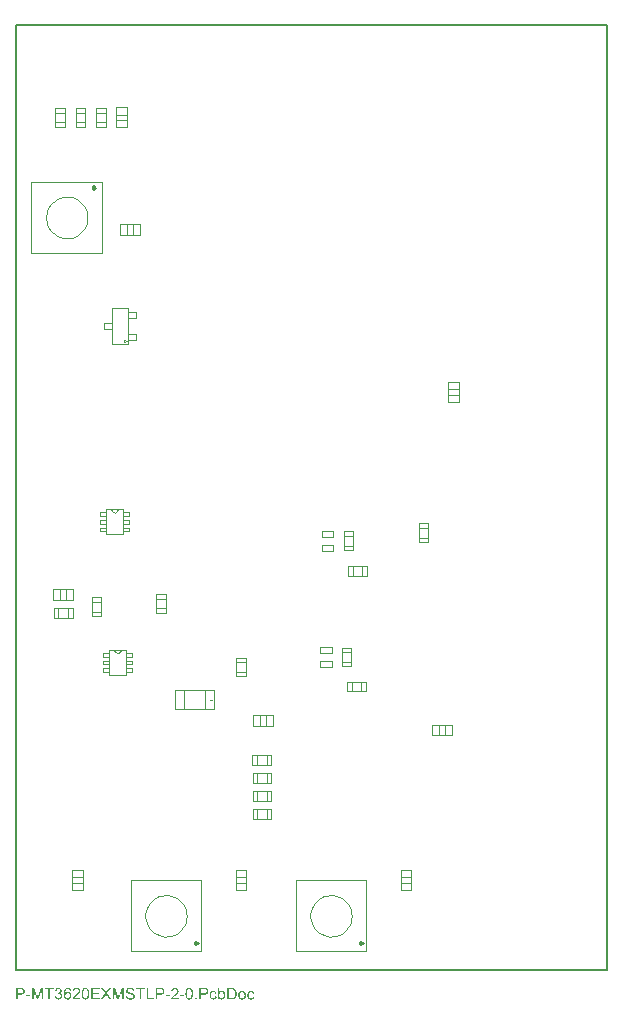
<source format=gm1>
G04*
G04 #@! TF.GenerationSoftware,Altium Limited,Altium Designer,22.4.2 (48)*
G04*
G04 Layer_Color=16711935*
%FSLAX44Y44*%
%MOMM*%
G71*
G04*
G04 #@! TF.SameCoordinates,FFC21B23-D813-4AC5-8D0E-201BBD69237A*
G04*
G04*
G04 #@! TF.FilePolarity,Positive*
G04*
G01*
G75*
%ADD10C,0.2540*%
%ADD12C,0.2000*%
%ADD82C,0.0254*%
G36*
X44067Y-15217D02*
X44166D01*
X44279Y-15231D01*
X44546Y-15287D01*
X44843Y-15358D01*
X45153Y-15470D01*
X45463Y-15640D01*
X45618Y-15738D01*
X45759Y-15851D01*
X45773Y-15865D01*
X45787Y-15879D01*
X45829Y-15921D01*
X45872Y-15964D01*
X45942Y-16034D01*
X45999Y-16119D01*
X46154Y-16316D01*
X46309Y-16570D01*
X46450Y-16880D01*
X46576Y-17233D01*
X46661Y-17627D01*
X45463Y-17726D01*
Y-17712D01*
X45449Y-17698D01*
X45435Y-17613D01*
X45392Y-17486D01*
X45336Y-17331D01*
X45280Y-17162D01*
X45195Y-16993D01*
X45096Y-16838D01*
X44998Y-16711D01*
X44969Y-16683D01*
X44913Y-16626D01*
X44814Y-16542D01*
X44673Y-16443D01*
X44490Y-16358D01*
X44293Y-16274D01*
X44053Y-16218D01*
X43799Y-16189D01*
X43701D01*
X43588Y-16204D01*
X43461Y-16232D01*
X43292Y-16274D01*
X43123Y-16330D01*
X42954Y-16401D01*
X42784Y-16514D01*
X42756Y-16528D01*
X42686Y-16584D01*
X42587Y-16683D01*
X42460Y-16824D01*
X42319Y-16993D01*
X42164Y-17190D01*
X42023Y-17444D01*
X41882Y-17726D01*
Y-17740D01*
X41868Y-17768D01*
X41854Y-17810D01*
X41826Y-17867D01*
X41812Y-17952D01*
X41783Y-18050D01*
X41755Y-18163D01*
X41727Y-18304D01*
X41685Y-18459D01*
X41657Y-18628D01*
X41628Y-18811D01*
X41614Y-19009D01*
X41586Y-19234D01*
X41572Y-19460D01*
X41558Y-19714D01*
Y-19967D01*
X41572Y-19953D01*
X41628Y-19869D01*
X41727Y-19756D01*
X41854Y-19615D01*
X41995Y-19446D01*
X42178Y-19291D01*
X42376Y-19136D01*
X42601Y-18995D01*
X42615D01*
X42629Y-18981D01*
X42714Y-18938D01*
X42841Y-18896D01*
X43010Y-18826D01*
X43207Y-18769D01*
X43433Y-18727D01*
X43672Y-18685D01*
X43926Y-18670D01*
X44039D01*
X44124Y-18685D01*
X44236Y-18699D01*
X44349Y-18713D01*
X44490Y-18741D01*
X44631Y-18783D01*
X44955Y-18882D01*
X45125Y-18952D01*
X45294Y-19051D01*
X45463Y-19150D01*
X45646Y-19262D01*
X45815Y-19404D01*
X45970Y-19559D01*
X45984Y-19573D01*
X46013Y-19601D01*
X46055Y-19643D01*
X46097Y-19714D01*
X46168Y-19812D01*
X46238Y-19911D01*
X46309Y-20038D01*
X46393Y-20179D01*
X46478Y-20334D01*
X46548Y-20503D01*
X46619Y-20700D01*
X46689Y-20898D01*
X46732Y-21109D01*
X46774Y-21349D01*
X46802Y-21588D01*
X46816Y-21842D01*
Y-21856D01*
Y-21885D01*
Y-21927D01*
Y-21997D01*
X46802Y-22082D01*
Y-22167D01*
X46760Y-22392D01*
X46718Y-22660D01*
X46647Y-22942D01*
X46548Y-23252D01*
X46407Y-23548D01*
Y-23562D01*
X46393Y-23576D01*
X46365Y-23619D01*
X46337Y-23675D01*
X46252Y-23816D01*
X46125Y-23999D01*
X45970Y-24197D01*
X45787Y-24394D01*
X45561Y-24591D01*
X45322Y-24760D01*
X45308D01*
X45294Y-24774D01*
X45251Y-24803D01*
X45195Y-24817D01*
X45054Y-24887D01*
X44871Y-24958D01*
X44631Y-25042D01*
X44363Y-25099D01*
X44067Y-25155D01*
X43743Y-25169D01*
X43672D01*
X43602Y-25155D01*
X43489D01*
X43362Y-25141D01*
X43221Y-25113D01*
X43052Y-25071D01*
X42883Y-25028D01*
X42686Y-24972D01*
X42488Y-24901D01*
X42291Y-24817D01*
X42080Y-24704D01*
X41882Y-24577D01*
X41685Y-24436D01*
X41487Y-24267D01*
X41304Y-24070D01*
X41290Y-24056D01*
X41262Y-24013D01*
X41220Y-23957D01*
X41163Y-23858D01*
X41079Y-23731D01*
X41008Y-23590D01*
X40924Y-23407D01*
X40839Y-23210D01*
X40740Y-22970D01*
X40656Y-22702D01*
X40585Y-22406D01*
X40515Y-22082D01*
X40444Y-21715D01*
X40402Y-21321D01*
X40374Y-20898D01*
X40360Y-20447D01*
Y-20433D01*
Y-20419D01*
Y-20376D01*
Y-20320D01*
X40374Y-20179D01*
Y-19981D01*
X40388Y-19756D01*
X40416Y-19488D01*
X40444Y-19192D01*
X40487Y-18868D01*
X40543Y-18544D01*
X40613Y-18191D01*
X40698Y-17853D01*
X40797Y-17514D01*
X40924Y-17190D01*
X41065Y-16880D01*
X41220Y-16584D01*
X41403Y-16330D01*
X41417Y-16316D01*
X41445Y-16288D01*
X41502Y-16232D01*
X41572Y-16147D01*
X41657Y-16063D01*
X41769Y-15978D01*
X41910Y-15865D01*
X42051Y-15767D01*
X42221Y-15668D01*
X42404Y-15555D01*
X42615Y-15470D01*
X42827Y-15372D01*
X43066Y-15301D01*
X43320Y-15245D01*
X43588Y-15217D01*
X43870Y-15203D01*
X43983D01*
X44067Y-15217D01*
D02*
G37*
G36*
X96846Y-15090D02*
X96945D01*
X97213Y-15118D01*
X97509Y-15160D01*
X97819Y-15231D01*
X98157Y-15315D01*
X98468Y-15428D01*
X98482D01*
X98510Y-15442D01*
X98552Y-15470D01*
X98609Y-15499D01*
X98750Y-15569D01*
X98933Y-15696D01*
X99144Y-15837D01*
X99356Y-16020D01*
X99553Y-16232D01*
X99736Y-16471D01*
Y-16485D01*
X99750Y-16500D01*
X99779Y-16542D01*
X99807Y-16584D01*
X99877Y-16725D01*
X99962Y-16908D01*
X100061Y-17134D01*
X100131Y-17402D01*
X100202Y-17684D01*
X100230Y-17994D01*
X98989Y-18092D01*
Y-18078D01*
Y-18050D01*
X98975Y-18008D01*
X98961Y-17937D01*
X98919Y-17782D01*
X98862Y-17571D01*
X98778Y-17345D01*
X98651Y-17120D01*
X98496Y-16908D01*
X98298Y-16711D01*
X98270Y-16697D01*
X98200Y-16640D01*
X98059Y-16556D01*
X97875Y-16471D01*
X97636Y-16387D01*
X97354Y-16302D01*
X97001Y-16246D01*
X96607Y-16232D01*
X96409D01*
X96325Y-16246D01*
X96212Y-16260D01*
X95958Y-16288D01*
X95676Y-16344D01*
X95394Y-16415D01*
X95127Y-16528D01*
X95014Y-16598D01*
X94901Y-16669D01*
X94873Y-16683D01*
X94816Y-16739D01*
X94732Y-16838D01*
X94647Y-16951D01*
X94549Y-17106D01*
X94464Y-17275D01*
X94408Y-17472D01*
X94379Y-17698D01*
Y-17726D01*
Y-17782D01*
X94394Y-17881D01*
X94422Y-17994D01*
X94464Y-18135D01*
X94535Y-18276D01*
X94619Y-18417D01*
X94746Y-18558D01*
X94760Y-18572D01*
X94831Y-18614D01*
X94887Y-18656D01*
X94943Y-18685D01*
X95028Y-18727D01*
X95127Y-18783D01*
X95253Y-18826D01*
X95394Y-18882D01*
X95549Y-18938D01*
X95733Y-19009D01*
X95930Y-19065D01*
X96156Y-19136D01*
X96409Y-19192D01*
X96691Y-19262D01*
X96705D01*
X96762Y-19277D01*
X96846Y-19291D01*
X96945Y-19319D01*
X97072Y-19347D01*
X97227Y-19389D01*
X97382Y-19432D01*
X97551Y-19474D01*
X97918Y-19573D01*
X98270Y-19671D01*
X98439Y-19728D01*
X98594Y-19784D01*
X98735Y-19826D01*
X98848Y-19883D01*
X98862D01*
X98890Y-19897D01*
X98933Y-19925D01*
X98989Y-19953D01*
X99144Y-20038D01*
X99327Y-20151D01*
X99539Y-20306D01*
X99750Y-20475D01*
X99948Y-20672D01*
X100117Y-20884D01*
X100131Y-20912D01*
X100187Y-20982D01*
X100244Y-21109D01*
X100328Y-21278D01*
X100399Y-21476D01*
X100469Y-21715D01*
X100512Y-21983D01*
X100526Y-22265D01*
Y-22279D01*
Y-22293D01*
Y-22336D01*
Y-22392D01*
X100498Y-22547D01*
X100469Y-22745D01*
X100413Y-22970D01*
X100342Y-23210D01*
X100230Y-23463D01*
X100075Y-23731D01*
Y-23745D01*
X100061Y-23760D01*
X99990Y-23844D01*
X99891Y-23971D01*
X99750Y-24112D01*
X99567Y-24281D01*
X99342Y-24464D01*
X99088Y-24634D01*
X98792Y-24788D01*
X98778D01*
X98750Y-24803D01*
X98707Y-24817D01*
X98651Y-24845D01*
X98566Y-24873D01*
X98468Y-24915D01*
X98242Y-24972D01*
X97974Y-25042D01*
X97650Y-25113D01*
X97297Y-25155D01*
X96917Y-25169D01*
X96691D01*
X96579Y-25155D01*
X96452D01*
X96311Y-25141D01*
X96142Y-25127D01*
X95789Y-25071D01*
X95423Y-25014D01*
X95056Y-24915D01*
X94704Y-24788D01*
X94690D01*
X94661Y-24774D01*
X94619Y-24746D01*
X94563Y-24718D01*
X94394Y-24634D01*
X94196Y-24507D01*
X93971Y-24337D01*
X93731Y-24140D01*
X93505Y-23900D01*
X93294Y-23633D01*
Y-23619D01*
X93266Y-23590D01*
X93252Y-23548D01*
X93209Y-23492D01*
X93181Y-23421D01*
X93139Y-23337D01*
X93040Y-23125D01*
X92942Y-22857D01*
X92857Y-22561D01*
X92801Y-22223D01*
X92772Y-21871D01*
X93985Y-21758D01*
Y-21772D01*
Y-21786D01*
X93999Y-21828D01*
Y-21885D01*
X94027Y-22011D01*
X94069Y-22195D01*
X94126Y-22378D01*
X94182Y-22589D01*
X94281Y-22787D01*
X94379Y-22970D01*
X94394Y-22984D01*
X94436Y-23040D01*
X94506Y-23139D01*
X94619Y-23238D01*
X94760Y-23365D01*
X94915Y-23492D01*
X95127Y-23619D01*
X95352Y-23731D01*
X95366D01*
X95380Y-23745D01*
X95423Y-23760D01*
X95465Y-23774D01*
X95606Y-23816D01*
X95789Y-23872D01*
X96015Y-23929D01*
X96268Y-23971D01*
X96550Y-23999D01*
X96861Y-24013D01*
X96987D01*
X97128Y-23999D01*
X97297Y-23985D01*
X97495Y-23957D01*
X97720Y-23929D01*
X97946Y-23872D01*
X98157Y-23802D01*
X98186Y-23788D01*
X98256Y-23760D01*
X98355Y-23703D01*
X98482Y-23647D01*
X98609Y-23548D01*
X98750Y-23449D01*
X98890Y-23337D01*
X99003Y-23196D01*
X99017Y-23182D01*
X99045Y-23125D01*
X99088Y-23055D01*
X99144Y-22942D01*
X99201Y-22829D01*
X99243Y-22688D01*
X99271Y-22533D01*
X99285Y-22364D01*
Y-22350D01*
Y-22279D01*
X99271Y-22195D01*
X99257Y-22082D01*
X99215Y-21969D01*
X99172Y-21828D01*
X99102Y-21687D01*
X99003Y-21560D01*
X98989Y-21546D01*
X98947Y-21504D01*
X98890Y-21448D01*
X98792Y-21363D01*
X98679Y-21278D01*
X98524Y-21180D01*
X98341Y-21081D01*
X98129Y-20996D01*
X98115Y-20982D01*
X98045Y-20968D01*
X97932Y-20926D01*
X97861Y-20912D01*
X97763Y-20884D01*
X97664Y-20841D01*
X97537Y-20813D01*
X97396Y-20771D01*
X97227Y-20729D01*
X97058Y-20686D01*
X96861Y-20630D01*
X96635Y-20573D01*
X96395Y-20517D01*
X96381D01*
X96339Y-20503D01*
X96268Y-20489D01*
X96184Y-20461D01*
X96071Y-20433D01*
X95944Y-20404D01*
X95662Y-20320D01*
X95352Y-20221D01*
X95028Y-20122D01*
X94746Y-20024D01*
X94619Y-19967D01*
X94506Y-19911D01*
X94492D01*
X94478Y-19897D01*
X94394Y-19841D01*
X94267Y-19770D01*
X94126Y-19657D01*
X93956Y-19530D01*
X93787Y-19375D01*
X93618Y-19192D01*
X93477Y-18995D01*
X93463Y-18966D01*
X93421Y-18896D01*
X93364Y-18783D01*
X93308Y-18642D01*
X93252Y-18459D01*
X93195Y-18247D01*
X93153Y-18022D01*
X93139Y-17782D01*
Y-17768D01*
Y-17754D01*
Y-17712D01*
Y-17656D01*
X93167Y-17514D01*
X93195Y-17331D01*
X93238Y-17120D01*
X93308Y-16880D01*
X93407Y-16640D01*
X93548Y-16401D01*
Y-16387D01*
X93562Y-16373D01*
X93632Y-16288D01*
X93731Y-16175D01*
X93858Y-16034D01*
X94027Y-15879D01*
X94238Y-15710D01*
X94492Y-15555D01*
X94774Y-15414D01*
X94788D01*
X94816Y-15400D01*
X94859Y-15386D01*
X94915Y-15358D01*
X94986Y-15330D01*
X95084Y-15301D01*
X95296Y-15245D01*
X95564Y-15188D01*
X95874Y-15132D01*
X96198Y-15090D01*
X96564Y-15076D01*
X96748D01*
X96846Y-15090D01*
D02*
G37*
G36*
X77040Y-19883D02*
X80691Y-25000D01*
X79098D01*
X76631Y-21532D01*
X76617Y-21518D01*
X76589Y-21476D01*
X76561Y-21419D01*
X76504Y-21349D01*
X76378Y-21151D01*
X76237Y-20940D01*
X76223Y-20954D01*
X76180Y-21010D01*
X76124Y-21095D01*
X76053Y-21208D01*
X75898Y-21433D01*
X75828Y-21532D01*
X75771Y-21617D01*
X73304Y-25000D01*
X71754D01*
X75518Y-19953D01*
X72191Y-15245D01*
X73727D01*
X75504Y-17754D01*
Y-17768D01*
X75532Y-17782D01*
X75560Y-17825D01*
X75602Y-17881D01*
X75687Y-18022D01*
X75814Y-18191D01*
X75940Y-18389D01*
X76067Y-18586D01*
X76180Y-18769D01*
X76279Y-18938D01*
X76293Y-18910D01*
X76335Y-18854D01*
X76406Y-18741D01*
X76504Y-18600D01*
X76617Y-18445D01*
X76758Y-18247D01*
X76899Y-18050D01*
X77068Y-17839D01*
X79014Y-15245D01*
X80423D01*
X77040Y-19883D01*
D02*
G37*
G36*
X36187Y-15217D02*
X36370Y-15245D01*
X36596Y-15287D01*
X36850Y-15358D01*
X37103Y-15442D01*
X37357Y-15555D01*
X37371D01*
X37385Y-15569D01*
X37470Y-15611D01*
X37597Y-15696D01*
X37738Y-15795D01*
X37907Y-15936D01*
X38076Y-16091D01*
X38245Y-16274D01*
X38386Y-16485D01*
X38400Y-16514D01*
X38442Y-16584D01*
X38499Y-16711D01*
X38569Y-16866D01*
X38640Y-17049D01*
X38696Y-17261D01*
X38739Y-17500D01*
X38753Y-17740D01*
Y-17768D01*
Y-17853D01*
X38739Y-17966D01*
X38710Y-18121D01*
X38668Y-18304D01*
X38598Y-18501D01*
X38513Y-18699D01*
X38400Y-18896D01*
X38386Y-18924D01*
X38344Y-18981D01*
X38259Y-19079D01*
X38147Y-19192D01*
X38005Y-19319D01*
X37836Y-19460D01*
X37639Y-19587D01*
X37399Y-19714D01*
X37413D01*
X37442Y-19728D01*
X37484Y-19742D01*
X37540Y-19756D01*
X37695Y-19812D01*
X37893Y-19897D01*
X38118Y-20010D01*
X38344Y-20151D01*
X38555Y-20334D01*
X38753Y-20545D01*
X38767Y-20573D01*
X38823Y-20658D01*
X38908Y-20799D01*
X38992Y-20982D01*
X39077Y-21208D01*
X39162Y-21476D01*
X39218Y-21786D01*
X39232Y-22124D01*
Y-22138D01*
Y-22181D01*
Y-22251D01*
X39218Y-22336D01*
X39204Y-22448D01*
X39176Y-22575D01*
X39147Y-22716D01*
X39119Y-22871D01*
X39006Y-23210D01*
X38922Y-23393D01*
X38837Y-23562D01*
X38725Y-23745D01*
X38598Y-23929D01*
X38457Y-24112D01*
X38287Y-24281D01*
X38273Y-24295D01*
X38245Y-24323D01*
X38189Y-24366D01*
X38118Y-24422D01*
X38034Y-24492D01*
X37921Y-24563D01*
X37794Y-24648D01*
X37639Y-24718D01*
X37484Y-24803D01*
X37301Y-24887D01*
X37117Y-24958D01*
X36906Y-25028D01*
X36680Y-25085D01*
X36441Y-25127D01*
X36201Y-25155D01*
X35933Y-25169D01*
X35806D01*
X35722Y-25155D01*
X35609Y-25141D01*
X35482Y-25127D01*
X35341Y-25099D01*
X35186Y-25071D01*
X34848Y-24986D01*
X34495Y-24845D01*
X34312Y-24760D01*
X34143Y-24662D01*
X33974Y-24535D01*
X33805Y-24408D01*
X33791Y-24394D01*
X33762Y-24366D01*
X33720Y-24323D01*
X33678Y-24267D01*
X33607Y-24197D01*
X33537Y-24098D01*
X33452Y-23999D01*
X33368Y-23872D01*
X33283Y-23731D01*
X33198Y-23590D01*
X33043Y-23252D01*
X32917Y-22857D01*
X32874Y-22646D01*
X32846Y-22420D01*
X34044Y-22265D01*
Y-22279D01*
X34058Y-22308D01*
X34072Y-22364D01*
X34086Y-22434D01*
X34101Y-22519D01*
X34129Y-22618D01*
X34199Y-22829D01*
X34298Y-23083D01*
X34425Y-23323D01*
X34566Y-23548D01*
X34735Y-23745D01*
X34763Y-23760D01*
X34820Y-23816D01*
X34932Y-23886D01*
X35073Y-23957D01*
X35243Y-24041D01*
X35454Y-24112D01*
X35694Y-24168D01*
X35947Y-24182D01*
X36032D01*
X36088Y-24168D01*
X36243Y-24154D01*
X36441Y-24112D01*
X36666Y-24041D01*
X36906Y-23943D01*
X37146Y-23802D01*
X37371Y-23604D01*
X37399Y-23576D01*
X37470Y-23492D01*
X37554Y-23365D01*
X37667Y-23196D01*
X37780Y-22984D01*
X37864Y-22745D01*
X37935Y-22462D01*
X37963Y-22152D01*
Y-22138D01*
Y-22110D01*
Y-22068D01*
X37949Y-22011D01*
X37935Y-21856D01*
X37893Y-21673D01*
X37836Y-21448D01*
X37738Y-21222D01*
X37597Y-20996D01*
X37413Y-20785D01*
X37385Y-20757D01*
X37315Y-20700D01*
X37202Y-20616D01*
X37047Y-20517D01*
X36850Y-20419D01*
X36610Y-20334D01*
X36342Y-20278D01*
X36046Y-20249D01*
X35919D01*
X35821Y-20263D01*
X35694Y-20278D01*
X35553Y-20306D01*
X35384Y-20334D01*
X35200Y-20376D01*
X35341Y-19319D01*
X35412D01*
X35468Y-19333D01*
X35651D01*
X35806Y-19305D01*
X35990Y-19277D01*
X36201Y-19234D01*
X36441Y-19164D01*
X36666Y-19065D01*
X36906Y-18938D01*
X36920D01*
X36934Y-18924D01*
X37005Y-18868D01*
X37103Y-18769D01*
X37216Y-18642D01*
X37329Y-18459D01*
X37427Y-18247D01*
X37498Y-18008D01*
X37526Y-17867D01*
Y-17712D01*
Y-17698D01*
Y-17684D01*
Y-17599D01*
X37498Y-17486D01*
X37470Y-17331D01*
X37413Y-17162D01*
X37343Y-16979D01*
X37230Y-16796D01*
X37075Y-16626D01*
X37061Y-16612D01*
X36990Y-16556D01*
X36892Y-16485D01*
X36765Y-16401D01*
X36596Y-16330D01*
X36398Y-16260D01*
X36173Y-16204D01*
X35919Y-16189D01*
X35806D01*
X35680Y-16218D01*
X35510Y-16246D01*
X35327Y-16302D01*
X35144Y-16373D01*
X34946Y-16485D01*
X34763Y-16626D01*
X34749Y-16640D01*
X34693Y-16711D01*
X34608Y-16810D01*
X34509Y-16951D01*
X34411Y-17134D01*
X34312Y-17359D01*
X34227Y-17627D01*
X34171Y-17937D01*
X32973Y-17726D01*
Y-17712D01*
X32987Y-17670D01*
X33001Y-17613D01*
X33015Y-17529D01*
X33043Y-17430D01*
X33086Y-17317D01*
X33170Y-17049D01*
X33311Y-16739D01*
X33480Y-16429D01*
X33692Y-16133D01*
X33960Y-15865D01*
X33974Y-15851D01*
X34002Y-15837D01*
X34044Y-15809D01*
X34101Y-15767D01*
X34171Y-15710D01*
X34270Y-15654D01*
X34369Y-15597D01*
X34495Y-15527D01*
X34777Y-15414D01*
X35101Y-15301D01*
X35482Y-15231D01*
X35680Y-15203D01*
X36032D01*
X36187Y-15217D01*
D02*
G37*
G36*
X199177Y-17782D02*
X199261D01*
X199374Y-17796D01*
X199642Y-17839D01*
X199938Y-17909D01*
X200248Y-18022D01*
X200558Y-18163D01*
X200854Y-18360D01*
X200868D01*
X200882Y-18389D01*
X200967Y-18473D01*
X201094Y-18600D01*
X201249Y-18783D01*
X201404Y-19009D01*
X201559Y-19291D01*
X201700Y-19615D01*
X201799Y-19996D01*
X200629Y-20179D01*
Y-20165D01*
X200614Y-20151D01*
X200600Y-20066D01*
X200558Y-19939D01*
X200487Y-19784D01*
X200417Y-19615D01*
X200304Y-19432D01*
X200177Y-19262D01*
X200036Y-19122D01*
X200022Y-19108D01*
X199966Y-19065D01*
X199867Y-19009D01*
X199755Y-18938D01*
X199599Y-18868D01*
X199430Y-18811D01*
X199233Y-18769D01*
X199021Y-18755D01*
X198937D01*
X198866Y-18769D01*
X198711Y-18783D01*
X198500Y-18840D01*
X198274Y-18910D01*
X198021Y-19023D01*
X197781Y-19192D01*
X197668Y-19291D01*
X197555Y-19404D01*
Y-19418D01*
X197527Y-19432D01*
X197499Y-19474D01*
X197471Y-19530D01*
X197428Y-19601D01*
X197372Y-19685D01*
X197330Y-19784D01*
X197273Y-19897D01*
X197217Y-20038D01*
X197175Y-20193D01*
X197118Y-20362D01*
X197076Y-20545D01*
X197048Y-20743D01*
X197020Y-20968D01*
X196992Y-21208D01*
Y-21462D01*
Y-21476D01*
Y-21518D01*
Y-21603D01*
X197006Y-21687D01*
Y-21814D01*
X197020Y-21941D01*
X197062Y-22251D01*
X197118Y-22589D01*
X197217Y-22942D01*
X197344Y-23252D01*
X197428Y-23407D01*
X197527Y-23534D01*
X197555Y-23562D01*
X197626Y-23633D01*
X197753Y-23731D01*
X197908Y-23844D01*
X198119Y-23971D01*
X198359Y-24070D01*
X198641Y-24140D01*
X198796Y-24154D01*
X198951Y-24168D01*
X198979D01*
X199064Y-24154D01*
X199205Y-24140D01*
X199360Y-24112D01*
X199543Y-24070D01*
X199740Y-23985D01*
X199938Y-23886D01*
X200121Y-23745D01*
X200149Y-23731D01*
X200191Y-23661D01*
X200276Y-23562D01*
X200375Y-23407D01*
X200473Y-23224D01*
X200586Y-22998D01*
X200671Y-22716D01*
X200727Y-22406D01*
X201911Y-22561D01*
Y-22575D01*
X201897Y-22618D01*
X201883Y-22674D01*
X201869Y-22759D01*
X201841Y-22871D01*
X201813Y-22984D01*
X201714Y-23266D01*
X201587Y-23562D01*
X201404Y-23886D01*
X201178Y-24197D01*
X201051Y-24337D01*
X200910Y-24478D01*
X200896Y-24492D01*
X200868Y-24507D01*
X200826Y-24535D01*
X200770Y-24577D01*
X200699Y-24634D01*
X200600Y-24690D01*
X200487Y-24746D01*
X200375Y-24817D01*
X200093Y-24944D01*
X199755Y-25042D01*
X199388Y-25127D01*
X199177Y-25141D01*
X198965Y-25155D01*
X198824D01*
X198725Y-25141D01*
X198598Y-25127D01*
X198458Y-25099D01*
X198302Y-25071D01*
X198133Y-25042D01*
X197753Y-24929D01*
X197570Y-24845D01*
X197372Y-24760D01*
X197175Y-24648D01*
X196992Y-24521D01*
X196808Y-24380D01*
X196639Y-24211D01*
X196625Y-24197D01*
X196597Y-24168D01*
X196555Y-24112D01*
X196498Y-24041D01*
X196442Y-23943D01*
X196357Y-23816D01*
X196287Y-23675D01*
X196202Y-23520D01*
X196117Y-23337D01*
X196047Y-23125D01*
X195962Y-22914D01*
X195906Y-22660D01*
X195850Y-22406D01*
X195807Y-22110D01*
X195779Y-21814D01*
X195765Y-21490D01*
Y-21476D01*
Y-21433D01*
Y-21377D01*
Y-21293D01*
X195779Y-21194D01*
Y-21081D01*
X195793Y-20954D01*
X195807Y-20813D01*
X195850Y-20503D01*
X195920Y-20165D01*
X196005Y-19826D01*
X196132Y-19488D01*
Y-19474D01*
X196146Y-19446D01*
X196174Y-19404D01*
X196202Y-19347D01*
X196287Y-19192D01*
X196413Y-19009D01*
X196583Y-18797D01*
X196780Y-18586D01*
X197020Y-18374D01*
X197288Y-18205D01*
X197302D01*
X197330Y-18191D01*
X197372Y-18163D01*
X197428Y-18135D01*
X197499Y-18107D01*
X197584Y-18064D01*
X197795Y-17980D01*
X198035Y-17909D01*
X198331Y-17839D01*
X198641Y-17782D01*
X198979Y-17768D01*
X199092D01*
X199177Y-17782D01*
D02*
G37*
G36*
X167346D02*
X167430D01*
X167543Y-17796D01*
X167811Y-17839D01*
X168107Y-17909D01*
X168417Y-18022D01*
X168727Y-18163D01*
X169023Y-18360D01*
X169037D01*
X169051Y-18389D01*
X169136Y-18473D01*
X169263Y-18600D01*
X169418Y-18783D01*
X169573Y-19009D01*
X169728Y-19291D01*
X169869Y-19615D01*
X169967Y-19996D01*
X168797Y-20179D01*
Y-20165D01*
X168783Y-20151D01*
X168769Y-20066D01*
X168727Y-19939D01*
X168657Y-19784D01*
X168586Y-19615D01*
X168473Y-19432D01*
X168346Y-19262D01*
X168205Y-19122D01*
X168191Y-19108D01*
X168135Y-19065D01*
X168036Y-19009D01*
X167924Y-18938D01*
X167768Y-18868D01*
X167599Y-18811D01*
X167402Y-18769D01*
X167190Y-18755D01*
X167106D01*
X167035Y-18769D01*
X166880Y-18783D01*
X166669Y-18840D01*
X166443Y-18910D01*
X166189Y-19023D01*
X165950Y-19192D01*
X165837Y-19291D01*
X165724Y-19404D01*
Y-19418D01*
X165696Y-19432D01*
X165668Y-19474D01*
X165640Y-19530D01*
X165597Y-19601D01*
X165541Y-19685D01*
X165499Y-19784D01*
X165442Y-19897D01*
X165386Y-20038D01*
X165344Y-20193D01*
X165287Y-20362D01*
X165245Y-20545D01*
X165217Y-20743D01*
X165189Y-20968D01*
X165161Y-21208D01*
Y-21462D01*
Y-21476D01*
Y-21518D01*
Y-21603D01*
X165175Y-21687D01*
Y-21814D01*
X165189Y-21941D01*
X165231Y-22251D01*
X165287Y-22589D01*
X165386Y-22942D01*
X165513Y-23252D01*
X165597Y-23407D01*
X165696Y-23534D01*
X165724Y-23562D01*
X165795Y-23633D01*
X165922Y-23731D01*
X166077Y-23844D01*
X166288Y-23971D01*
X166528Y-24070D01*
X166810Y-24140D01*
X166965Y-24154D01*
X167120Y-24168D01*
X167148D01*
X167233Y-24154D01*
X167374Y-24140D01*
X167529Y-24112D01*
X167712Y-24070D01*
X167909Y-23985D01*
X168107Y-23886D01*
X168290Y-23745D01*
X168318Y-23731D01*
X168361Y-23661D01*
X168445Y-23562D01*
X168544Y-23407D01*
X168642Y-23224D01*
X168755Y-22998D01*
X168840Y-22716D01*
X168896Y-22406D01*
X170080Y-22561D01*
Y-22575D01*
X170066Y-22618D01*
X170052Y-22674D01*
X170038Y-22759D01*
X170010Y-22871D01*
X169982Y-22984D01*
X169883Y-23266D01*
X169756Y-23562D01*
X169573Y-23886D01*
X169347Y-24197D01*
X169220Y-24337D01*
X169079Y-24478D01*
X169065Y-24492D01*
X169037Y-24507D01*
X168995Y-24535D01*
X168938Y-24577D01*
X168868Y-24634D01*
X168769Y-24690D01*
X168657Y-24746D01*
X168544Y-24817D01*
X168262Y-24944D01*
X167924Y-25042D01*
X167557Y-25127D01*
X167346Y-25141D01*
X167134Y-25155D01*
X166993D01*
X166894Y-25141D01*
X166768Y-25127D01*
X166626Y-25099D01*
X166472Y-25071D01*
X166302Y-25042D01*
X165922Y-24929D01*
X165738Y-24845D01*
X165541Y-24760D01*
X165344Y-24648D01*
X165161Y-24521D01*
X164977Y-24380D01*
X164808Y-24211D01*
X164794Y-24197D01*
X164766Y-24168D01*
X164723Y-24112D01*
X164667Y-24041D01*
X164611Y-23943D01*
X164526Y-23816D01*
X164456Y-23675D01*
X164371Y-23520D01*
X164286Y-23337D01*
X164216Y-23125D01*
X164131Y-22914D01*
X164075Y-22660D01*
X164019Y-22406D01*
X163976Y-22110D01*
X163948Y-21814D01*
X163934Y-21490D01*
Y-21476D01*
Y-21433D01*
Y-21377D01*
Y-21293D01*
X163948Y-21194D01*
Y-21081D01*
X163962Y-20954D01*
X163976Y-20813D01*
X164019Y-20503D01*
X164089Y-20165D01*
X164174Y-19826D01*
X164300Y-19488D01*
Y-19474D01*
X164315Y-19446D01*
X164343Y-19404D01*
X164371Y-19347D01*
X164456Y-19192D01*
X164583Y-19009D01*
X164752Y-18797D01*
X164949Y-18586D01*
X165189Y-18374D01*
X165457Y-18205D01*
X165471D01*
X165499Y-18191D01*
X165541Y-18163D01*
X165597Y-18135D01*
X165668Y-18107D01*
X165753Y-18064D01*
X165964Y-17980D01*
X166204Y-17909D01*
X166500Y-17839D01*
X166810Y-17782D01*
X167148Y-17768D01*
X167261D01*
X167346Y-17782D01*
D02*
G37*
G36*
X142507Y-22068D02*
X138799D01*
Y-20870D01*
X142507D01*
Y-22068D01*
D02*
G37*
G36*
X130383D02*
X126676D01*
Y-20870D01*
X130383D01*
Y-22068D01*
D02*
G37*
G36*
X12166D02*
X8458D01*
Y-20870D01*
X12166D01*
Y-22068D01*
D02*
G37*
G36*
X91109Y-25000D02*
X89868D01*
Y-16838D01*
X87021Y-25000D01*
X85865D01*
X83045Y-16697D01*
Y-25000D01*
X81805D01*
Y-15245D01*
X83736D01*
X86048Y-22167D01*
Y-22181D01*
X86062Y-22209D01*
X86076Y-22251D01*
X86104Y-22322D01*
X86161Y-22491D01*
X86231Y-22702D01*
X86302Y-22942D01*
X86386Y-23182D01*
X86457Y-23407D01*
X86513Y-23604D01*
X86527Y-23576D01*
X86542Y-23506D01*
X86584Y-23379D01*
X86640Y-23210D01*
X86711Y-22984D01*
X86809Y-22716D01*
X86908Y-22406D01*
X87035Y-22040D01*
X89375Y-15245D01*
X91109D01*
Y-25000D01*
D02*
G37*
G36*
X22894D02*
X21653D01*
Y-16838D01*
X18805Y-25000D01*
X17649D01*
X14830Y-16697D01*
Y-25000D01*
X13590D01*
Y-15245D01*
X15521D01*
X17833Y-22167D01*
Y-22181D01*
X17847Y-22209D01*
X17861Y-22251D01*
X17889Y-22322D01*
X17945Y-22491D01*
X18016Y-22702D01*
X18087Y-22942D01*
X18171Y-23182D01*
X18241Y-23407D01*
X18298Y-23604D01*
X18312Y-23576D01*
X18326Y-23506D01*
X18368Y-23379D01*
X18425Y-23210D01*
X18495Y-22984D01*
X18594Y-22716D01*
X18693Y-22406D01*
X18820Y-22040D01*
X21160Y-15245D01*
X22894D01*
Y-25000D01*
D02*
G37*
G36*
X182852Y-15259D02*
X183134Y-15273D01*
X183416Y-15301D01*
X183698Y-15344D01*
X183938Y-15386D01*
X183952D01*
X183980Y-15400D01*
X184022D01*
X184079Y-15428D01*
X184234Y-15470D01*
X184431Y-15541D01*
X184657Y-15640D01*
X184896Y-15767D01*
X185136Y-15907D01*
X185361Y-16091D01*
X185375Y-16105D01*
X185390Y-16119D01*
X185432Y-16161D01*
X185488Y-16204D01*
X185629Y-16344D01*
X185798Y-16542D01*
X185982Y-16781D01*
X186179Y-17063D01*
X186362Y-17388D01*
X186517Y-17754D01*
Y-17768D01*
X186532Y-17796D01*
X186560Y-17853D01*
X186574Y-17937D01*
X186616Y-18036D01*
X186644Y-18149D01*
X186672Y-18276D01*
X186715Y-18431D01*
X186757Y-18586D01*
X186785Y-18769D01*
X186856Y-19164D01*
X186898Y-19601D01*
X186912Y-20080D01*
Y-20094D01*
Y-20122D01*
Y-20193D01*
Y-20263D01*
X186898Y-20362D01*
Y-20475D01*
X186884Y-20743D01*
X186842Y-21053D01*
X186799Y-21377D01*
X186729Y-21715D01*
X186644Y-22054D01*
Y-22068D01*
X186630Y-22096D01*
X186616Y-22138D01*
X186602Y-22195D01*
X186546Y-22350D01*
X186461Y-22547D01*
X186376Y-22773D01*
X186264Y-22998D01*
X186123Y-23238D01*
X185982Y-23463D01*
X185968Y-23492D01*
X185911Y-23562D01*
X185827Y-23661D01*
X185714Y-23788D01*
X185587Y-23929D01*
X185432Y-24070D01*
X185277Y-24225D01*
X185094Y-24351D01*
X185065Y-24366D01*
X185009Y-24408D01*
X184910Y-24464D01*
X184769Y-24535D01*
X184600Y-24619D01*
X184403Y-24690D01*
X184177Y-24774D01*
X183924Y-24845D01*
X183895D01*
X183853Y-24859D01*
X183811Y-24873D01*
X183670Y-24887D01*
X183472Y-24915D01*
X183247Y-24944D01*
X182979Y-24972D01*
X182683Y-24986D01*
X182359Y-25000D01*
X178849D01*
Y-15245D01*
X182598D01*
X182852Y-15259D01*
D02*
G37*
G36*
X159564D02*
X159804Y-15273D01*
X160057Y-15287D01*
X160297Y-15315D01*
X160508Y-15344D01*
X160537D01*
X160635Y-15372D01*
X160762Y-15400D01*
X160931Y-15442D01*
X161115Y-15513D01*
X161312Y-15597D01*
X161523Y-15696D01*
X161707Y-15809D01*
X161735Y-15823D01*
X161791Y-15865D01*
X161876Y-15950D01*
X161989Y-16048D01*
X162115Y-16175D01*
X162242Y-16344D01*
X162383Y-16528D01*
X162496Y-16739D01*
X162510Y-16767D01*
X162538Y-16838D01*
X162595Y-16965D01*
X162651Y-17134D01*
X162694Y-17331D01*
X162750Y-17557D01*
X162778Y-17810D01*
X162792Y-18078D01*
Y-18092D01*
Y-18135D01*
Y-18191D01*
X162778Y-18290D01*
X162764Y-18389D01*
X162750Y-18515D01*
X162722Y-18656D01*
X162694Y-18811D01*
X162595Y-19136D01*
X162538Y-19305D01*
X162454Y-19488D01*
X162355Y-19671D01*
X162257Y-19841D01*
X162130Y-20010D01*
X161989Y-20179D01*
X161975Y-20193D01*
X161946Y-20221D01*
X161904Y-20263D01*
X161834Y-20306D01*
X161749Y-20376D01*
X161636Y-20447D01*
X161495Y-20531D01*
X161340Y-20602D01*
X161157Y-20686D01*
X160945Y-20771D01*
X160720Y-20841D01*
X160452Y-20898D01*
X160170Y-20954D01*
X159860Y-20996D01*
X159508Y-21025D01*
X159141Y-21039D01*
X156646D01*
Y-25000D01*
X155349D01*
Y-15245D01*
X159353D01*
X159564Y-15259D01*
D02*
G37*
G36*
X153108Y-25000D02*
X151740D01*
Y-23633D01*
X153108D01*
Y-25000D01*
D02*
G37*
G36*
X134824Y-15217D02*
X134937Y-15231D01*
X135077Y-15245D01*
X135232Y-15273D01*
X135388Y-15301D01*
X135754Y-15400D01*
X136121Y-15541D01*
X136304Y-15625D01*
X136487Y-15724D01*
X136656Y-15851D01*
X136811Y-15992D01*
X136826Y-16006D01*
X136854Y-16020D01*
X136882Y-16077D01*
X136938Y-16133D01*
X137009Y-16204D01*
X137079Y-16302D01*
X137150Y-16401D01*
X137234Y-16528D01*
X137375Y-16796D01*
X137516Y-17134D01*
X137573Y-17303D01*
X137601Y-17500D01*
X137629Y-17698D01*
X137643Y-17909D01*
Y-17937D01*
Y-18008D01*
X137629Y-18121D01*
X137615Y-18276D01*
X137587Y-18445D01*
X137530Y-18642D01*
X137474Y-18854D01*
X137389Y-19065D01*
X137375Y-19093D01*
X137347Y-19164D01*
X137291Y-19277D01*
X137206Y-19432D01*
X137093Y-19601D01*
X136952Y-19812D01*
X136783Y-20024D01*
X136586Y-20263D01*
X136558Y-20292D01*
X136487Y-20376D01*
X136417Y-20447D01*
X136346Y-20517D01*
X136262Y-20602D01*
X136149Y-20714D01*
X136036Y-20827D01*
X135895Y-20954D01*
X135754Y-21095D01*
X135585Y-21250D01*
X135402Y-21405D01*
X135204Y-21588D01*
X134979Y-21772D01*
X134753Y-21969D01*
X134739Y-21983D01*
X134711Y-22011D01*
X134655Y-22054D01*
X134584Y-22110D01*
X134500Y-22195D01*
X134401Y-22279D01*
X134175Y-22462D01*
X133936Y-22674D01*
X133710Y-22885D01*
X133513Y-23069D01*
X133428Y-23139D01*
X133358Y-23210D01*
X133343Y-23224D01*
X133301Y-23266D01*
X133245Y-23323D01*
X133174Y-23407D01*
X133104Y-23506D01*
X133019Y-23604D01*
X132850Y-23844D01*
X137657D01*
Y-25000D01*
X131187D01*
Y-24986D01*
Y-24929D01*
Y-24845D01*
X131201Y-24732D01*
X131215Y-24605D01*
X131243Y-24464D01*
X131271Y-24323D01*
X131328Y-24168D01*
Y-24154D01*
X131342Y-24140D01*
X131370Y-24056D01*
X131426Y-23929D01*
X131511Y-23760D01*
X131624Y-23562D01*
X131765Y-23337D01*
X131920Y-23111D01*
X132117Y-22871D01*
Y-22857D01*
X132145Y-22843D01*
X132216Y-22759D01*
X132343Y-22632D01*
X132526Y-22448D01*
X132737Y-22237D01*
X133005Y-21983D01*
X133329Y-21701D01*
X133682Y-21405D01*
X133696Y-21391D01*
X133752Y-21349D01*
X133837Y-21278D01*
X133936Y-21194D01*
X134062Y-21081D01*
X134218Y-20954D01*
X134373Y-20813D01*
X134556Y-20658D01*
X134908Y-20320D01*
X135261Y-19981D01*
X135430Y-19812D01*
X135585Y-19643D01*
X135726Y-19488D01*
X135839Y-19333D01*
Y-19319D01*
X135867Y-19305D01*
X135895Y-19262D01*
X135923Y-19206D01*
X136022Y-19051D01*
X136135Y-18868D01*
X136233Y-18642D01*
X136332Y-18403D01*
X136389Y-18135D01*
X136417Y-17881D01*
Y-17867D01*
Y-17853D01*
X136403Y-17768D01*
X136389Y-17627D01*
X136346Y-17472D01*
X136290Y-17275D01*
X136191Y-17077D01*
X136064Y-16880D01*
X135895Y-16683D01*
X135867Y-16655D01*
X135796Y-16598D01*
X135698Y-16528D01*
X135543Y-16429D01*
X135345Y-16344D01*
X135120Y-16260D01*
X134852Y-16204D01*
X134556Y-16189D01*
X134471D01*
X134415Y-16204D01*
X134246Y-16218D01*
X134048Y-16260D01*
X133837Y-16316D01*
X133597Y-16415D01*
X133372Y-16542D01*
X133160Y-16711D01*
X133132Y-16739D01*
X133076Y-16810D01*
X132991Y-16922D01*
X132907Y-17092D01*
X132808Y-17289D01*
X132723Y-17543D01*
X132667Y-17825D01*
X132639Y-18149D01*
X131412Y-18022D01*
Y-18008D01*
X131426Y-17966D01*
Y-17895D01*
X131440Y-17796D01*
X131469Y-17684D01*
X131497Y-17557D01*
X131539Y-17402D01*
X131581Y-17247D01*
X131694Y-16908D01*
X131863Y-16570D01*
X131962Y-16401D01*
X132089Y-16232D01*
X132216Y-16077D01*
X132357Y-15936D01*
X132371Y-15921D01*
X132399Y-15907D01*
X132441Y-15865D01*
X132512Y-15823D01*
X132596Y-15767D01*
X132695Y-15710D01*
X132808Y-15640D01*
X132949Y-15569D01*
X133104Y-15499D01*
X133273Y-15428D01*
X133456Y-15372D01*
X133654Y-15315D01*
X133865Y-15273D01*
X134091Y-15231D01*
X134330Y-15217D01*
X134584Y-15203D01*
X134725D01*
X134824Y-15217D01*
D02*
G37*
G36*
X122432Y-15259D02*
X122672Y-15273D01*
X122926Y-15287D01*
X123166Y-15315D01*
X123377Y-15344D01*
X123405D01*
X123504Y-15372D01*
X123631Y-15400D01*
X123800Y-15442D01*
X123983Y-15513D01*
X124180Y-15597D01*
X124392Y-15696D01*
X124575Y-15809D01*
X124603Y-15823D01*
X124660Y-15865D01*
X124744Y-15950D01*
X124857Y-16048D01*
X124984Y-16175D01*
X125111Y-16344D01*
X125252Y-16528D01*
X125365Y-16739D01*
X125379Y-16767D01*
X125407Y-16838D01*
X125463Y-16965D01*
X125520Y-17134D01*
X125562Y-17331D01*
X125618Y-17557D01*
X125647Y-17810D01*
X125661Y-18078D01*
Y-18092D01*
Y-18135D01*
Y-18191D01*
X125647Y-18290D01*
X125632Y-18389D01*
X125618Y-18515D01*
X125590Y-18656D01*
X125562Y-18811D01*
X125463Y-19136D01*
X125407Y-19305D01*
X125322Y-19488D01*
X125224Y-19671D01*
X125125Y-19841D01*
X124998Y-20010D01*
X124857Y-20179D01*
X124843Y-20193D01*
X124815Y-20221D01*
X124773Y-20263D01*
X124702Y-20306D01*
X124618Y-20376D01*
X124505Y-20447D01*
X124364Y-20531D01*
X124209Y-20602D01*
X124025Y-20686D01*
X123814Y-20771D01*
X123588Y-20841D01*
X123321Y-20898D01*
X123039Y-20954D01*
X122729Y-20996D01*
X122376Y-21025D01*
X122009Y-21039D01*
X119514D01*
Y-25000D01*
X118217D01*
Y-15245D01*
X122221D01*
X122432Y-15259D01*
D02*
G37*
G36*
X111874Y-23844D02*
X116681D01*
Y-25000D01*
X110577D01*
Y-15245D01*
X111874D01*
Y-23844D01*
D02*
G37*
G36*
X109294Y-16401D02*
X106080D01*
Y-25000D01*
X104783D01*
Y-16401D01*
X101569D01*
Y-15245D01*
X109294D01*
Y-16401D01*
D02*
G37*
G36*
X70739D02*
X64973D01*
Y-19375D01*
X70372D01*
Y-20531D01*
X64973D01*
Y-23844D01*
X70964D01*
Y-25000D01*
X63676D01*
Y-15245D01*
X70739D01*
Y-16401D01*
D02*
G37*
G36*
X51468Y-15217D02*
X51581Y-15231D01*
X51722Y-15245D01*
X51877Y-15273D01*
X52032Y-15301D01*
X52399Y-15400D01*
X52765Y-15541D01*
X52948Y-15625D01*
X53132Y-15724D01*
X53301Y-15851D01*
X53456Y-15992D01*
X53470Y-16006D01*
X53498Y-16020D01*
X53526Y-16077D01*
X53583Y-16133D01*
X53653Y-16204D01*
X53724Y-16302D01*
X53794Y-16401D01*
X53879Y-16528D01*
X54020Y-16796D01*
X54161Y-17134D01*
X54217Y-17303D01*
X54245Y-17500D01*
X54273Y-17698D01*
X54288Y-17909D01*
Y-17937D01*
Y-18008D01*
X54273Y-18121D01*
X54259Y-18276D01*
X54231Y-18445D01*
X54175Y-18642D01*
X54118Y-18854D01*
X54034Y-19065D01*
X54020Y-19093D01*
X53991Y-19164D01*
X53935Y-19277D01*
X53850Y-19432D01*
X53738Y-19601D01*
X53597Y-19812D01*
X53428Y-20024D01*
X53230Y-20263D01*
X53202Y-20292D01*
X53132Y-20376D01*
X53061Y-20447D01*
X52991Y-20517D01*
X52906Y-20602D01*
X52793Y-20714D01*
X52681Y-20827D01*
X52540Y-20954D01*
X52399Y-21095D01*
X52229Y-21250D01*
X52046Y-21405D01*
X51849Y-21588D01*
X51623Y-21772D01*
X51398Y-21969D01*
X51384Y-21983D01*
X51355Y-22011D01*
X51299Y-22054D01*
X51228Y-22110D01*
X51144Y-22195D01*
X51045Y-22279D01*
X50820Y-22462D01*
X50580Y-22674D01*
X50354Y-22885D01*
X50157Y-23069D01*
X50072Y-23139D01*
X50002Y-23210D01*
X49988Y-23224D01*
X49946Y-23266D01*
X49889Y-23323D01*
X49819Y-23407D01*
X49748Y-23506D01*
X49664Y-23604D01*
X49495Y-23844D01*
X54302D01*
Y-25000D01*
X47831D01*
Y-24986D01*
Y-24929D01*
Y-24845D01*
X47845Y-24732D01*
X47859Y-24605D01*
X47888Y-24464D01*
X47916Y-24323D01*
X47972Y-24168D01*
Y-24154D01*
X47986Y-24140D01*
X48014Y-24056D01*
X48071Y-23929D01*
X48155Y-23760D01*
X48268Y-23562D01*
X48409Y-23337D01*
X48564Y-23111D01*
X48762Y-22871D01*
Y-22857D01*
X48790Y-22843D01*
X48860Y-22759D01*
X48987Y-22632D01*
X49170Y-22448D01*
X49382Y-22237D01*
X49650Y-21983D01*
X49974Y-21701D01*
X50326Y-21405D01*
X50340Y-21391D01*
X50397Y-21349D01*
X50481Y-21278D01*
X50580Y-21194D01*
X50707Y-21081D01*
X50862Y-20954D01*
X51017Y-20813D01*
X51200Y-20658D01*
X51553Y-20320D01*
X51905Y-19981D01*
X52074Y-19812D01*
X52229Y-19643D01*
X52370Y-19488D01*
X52483Y-19333D01*
Y-19319D01*
X52511Y-19305D01*
X52540Y-19262D01*
X52568Y-19206D01*
X52666Y-19051D01*
X52779Y-18868D01*
X52878Y-18642D01*
X52976Y-18403D01*
X53033Y-18135D01*
X53061Y-17881D01*
Y-17867D01*
Y-17853D01*
X53047Y-17768D01*
X53033Y-17627D01*
X52991Y-17472D01*
X52934Y-17275D01*
X52836Y-17077D01*
X52709Y-16880D01*
X52540Y-16683D01*
X52511Y-16655D01*
X52441Y-16598D01*
X52342Y-16528D01*
X52187Y-16429D01*
X51990Y-16344D01*
X51764Y-16260D01*
X51496Y-16204D01*
X51200Y-16189D01*
X51116D01*
X51059Y-16204D01*
X50890Y-16218D01*
X50693Y-16260D01*
X50481Y-16316D01*
X50242Y-16415D01*
X50016Y-16542D01*
X49805Y-16711D01*
X49777Y-16739D01*
X49720Y-16810D01*
X49636Y-16922D01*
X49551Y-17092D01*
X49452Y-17289D01*
X49368Y-17543D01*
X49311Y-17825D01*
X49283Y-18149D01*
X48057Y-18022D01*
Y-18008D01*
X48071Y-17966D01*
Y-17895D01*
X48085Y-17796D01*
X48113Y-17684D01*
X48141Y-17557D01*
X48183Y-17402D01*
X48226Y-17247D01*
X48339Y-16908D01*
X48508Y-16570D01*
X48607Y-16401D01*
X48733Y-16232D01*
X48860Y-16077D01*
X49001Y-15936D01*
X49015Y-15921D01*
X49043Y-15907D01*
X49086Y-15865D01*
X49156Y-15823D01*
X49241Y-15767D01*
X49339Y-15710D01*
X49452Y-15640D01*
X49593Y-15569D01*
X49748Y-15499D01*
X49917Y-15428D01*
X50101Y-15372D01*
X50298Y-15315D01*
X50510Y-15273D01*
X50735Y-15231D01*
X50975Y-15217D01*
X51228Y-15203D01*
X51370D01*
X51468Y-15217D01*
D02*
G37*
G36*
X31986Y-16401D02*
X28772D01*
Y-25000D01*
X27475D01*
Y-16401D01*
X24261D01*
Y-15245D01*
X31986D01*
Y-16401D01*
D02*
G37*
G36*
X4215Y-15259D02*
X4455Y-15273D01*
X4708Y-15287D01*
X4948Y-15315D01*
X5160Y-15344D01*
X5188D01*
X5286Y-15372D01*
X5413Y-15400D01*
X5582Y-15442D01*
X5766Y-15513D01*
X5963Y-15597D01*
X6174Y-15696D01*
X6358Y-15809D01*
X6386Y-15823D01*
X6442Y-15865D01*
X6527Y-15950D01*
X6640Y-16048D01*
X6767Y-16175D01*
X6893Y-16344D01*
X7034Y-16528D01*
X7147Y-16739D01*
X7161Y-16767D01*
X7189Y-16838D01*
X7246Y-16965D01*
X7302Y-17134D01*
X7344Y-17331D01*
X7401Y-17557D01*
X7429Y-17810D01*
X7443Y-18078D01*
Y-18092D01*
Y-18135D01*
Y-18191D01*
X7429Y-18290D01*
X7415Y-18389D01*
X7401Y-18515D01*
X7373Y-18656D01*
X7344Y-18811D01*
X7246Y-19136D01*
X7189Y-19305D01*
X7105Y-19488D01*
X7006Y-19671D01*
X6908Y-19841D01*
X6781Y-20010D01*
X6640Y-20179D01*
X6626Y-20193D01*
X6597Y-20221D01*
X6555Y-20263D01*
X6485Y-20306D01*
X6400Y-20376D01*
X6287Y-20447D01*
X6146Y-20531D01*
X5991Y-20602D01*
X5808Y-20686D01*
X5597Y-20771D01*
X5371Y-20841D01*
X5103Y-20898D01*
X4821Y-20954D01*
X4511Y-20996D01*
X4159Y-21025D01*
X3792Y-21039D01*
X1297D01*
Y-25000D01*
X0D01*
Y-15245D01*
X4004D01*
X4215Y-15259D01*
D02*
G37*
G36*
X191635Y-17782D02*
X191761Y-17796D01*
X191903Y-17825D01*
X192057Y-17853D01*
X192241Y-17881D01*
X192621Y-18008D01*
X192819Y-18078D01*
X193016Y-18177D01*
X193214Y-18276D01*
X193411Y-18417D01*
X193594Y-18558D01*
X193777Y-18727D01*
X193792Y-18741D01*
X193820Y-18769D01*
X193862Y-18826D01*
X193918Y-18896D01*
X193989Y-18995D01*
X194073Y-19122D01*
X194158Y-19262D01*
X194243Y-19418D01*
X194327Y-19587D01*
X194412Y-19798D01*
X194496Y-20010D01*
X194567Y-20249D01*
X194623Y-20503D01*
X194666Y-20771D01*
X194694Y-21053D01*
X194708Y-21363D01*
Y-21377D01*
Y-21419D01*
Y-21490D01*
Y-21588D01*
X194694Y-21701D01*
X194680Y-21842D01*
Y-21983D01*
X194651Y-22138D01*
X194609Y-22491D01*
X194524Y-22843D01*
X194426Y-23196D01*
X194285Y-23520D01*
Y-23534D01*
X194271Y-23548D01*
X194243Y-23590D01*
X194214Y-23647D01*
X194116Y-23788D01*
X193989Y-23957D01*
X193820Y-24154D01*
X193608Y-24351D01*
X193368Y-24549D01*
X193087Y-24732D01*
X193072D01*
X193058Y-24746D01*
X193016Y-24774D01*
X192946Y-24803D01*
X192875Y-24831D01*
X192791Y-24859D01*
X192579Y-24944D01*
X192339Y-25014D01*
X192043Y-25085D01*
X191733Y-25141D01*
X191395Y-25155D01*
X191254D01*
X191141Y-25141D01*
X191014Y-25127D01*
X190873Y-25099D01*
X190704Y-25071D01*
X190535Y-25042D01*
X190154Y-24929D01*
X189943Y-24845D01*
X189746Y-24760D01*
X189548Y-24648D01*
X189351Y-24521D01*
X189168Y-24380D01*
X188984Y-24211D01*
X188970Y-24197D01*
X188942Y-24168D01*
X188900Y-24112D01*
X188843Y-24027D01*
X188773Y-23929D01*
X188702Y-23816D01*
X188618Y-23675D01*
X188533Y-23506D01*
X188449Y-23323D01*
X188364Y-23111D01*
X188294Y-22885D01*
X188223Y-22646D01*
X188167Y-22378D01*
X188125Y-22096D01*
X188096Y-21786D01*
X188082Y-21462D01*
Y-21433D01*
Y-21377D01*
X188096Y-21278D01*
Y-21137D01*
X188110Y-20982D01*
X188139Y-20785D01*
X188167Y-20588D01*
X188223Y-20362D01*
X188279Y-20136D01*
X188350Y-19897D01*
X188435Y-19643D01*
X188547Y-19404D01*
X188660Y-19178D01*
X188815Y-18952D01*
X188970Y-18741D01*
X189168Y-18558D01*
X189182Y-18544D01*
X189210Y-18529D01*
X189266Y-18487D01*
X189337Y-18431D01*
X189421Y-18374D01*
X189534Y-18304D01*
X189647Y-18233D01*
X189788Y-18163D01*
X189943Y-18092D01*
X190112Y-18022D01*
X190493Y-17895D01*
X190930Y-17796D01*
X191155Y-17782D01*
X191395Y-17768D01*
X191536D01*
X191635Y-17782D01*
D02*
G37*
G36*
X172279Y-18727D02*
X172293Y-18713D01*
X172308Y-18685D01*
X172350Y-18642D01*
X172420Y-18572D01*
X172491Y-18501D01*
X172575Y-18417D01*
X172688Y-18332D01*
X172801Y-18247D01*
X173083Y-18064D01*
X173407Y-17923D01*
X173591Y-17853D01*
X173788Y-17810D01*
X173999Y-17782D01*
X174211Y-17768D01*
X174324D01*
X174450Y-17782D01*
X174605Y-17796D01*
X174789Y-17839D01*
X175000Y-17881D01*
X175226Y-17952D01*
X175437Y-18036D01*
X175465Y-18050D01*
X175536Y-18078D01*
X175649Y-18149D01*
X175776Y-18233D01*
X175931Y-18332D01*
X176086Y-18459D01*
X176255Y-18614D01*
X176396Y-18783D01*
X176410Y-18797D01*
X176452Y-18868D01*
X176523Y-18966D01*
X176607Y-19093D01*
X176706Y-19262D01*
X176805Y-19460D01*
X176903Y-19685D01*
X176988Y-19925D01*
Y-19939D01*
X177002Y-19953D01*
X177016Y-19996D01*
X177030Y-20038D01*
X177058Y-20179D01*
X177101Y-20362D01*
X177143Y-20573D01*
X177185Y-20813D01*
X177199Y-21081D01*
X177213Y-21363D01*
Y-21377D01*
Y-21448D01*
Y-21532D01*
X177199Y-21659D01*
X177185Y-21814D01*
X177171Y-21983D01*
X177143Y-22181D01*
X177101Y-22392D01*
X176988Y-22843D01*
X176917Y-23083D01*
X176833Y-23308D01*
X176734Y-23548D01*
X176607Y-23760D01*
X176466Y-23971D01*
X176311Y-24168D01*
X176297Y-24182D01*
X176269Y-24211D01*
X176227Y-24253D01*
X176156Y-24323D01*
X176057Y-24394D01*
X175959Y-24478D01*
X175846Y-24563D01*
X175705Y-24662D01*
X175550Y-24746D01*
X175395Y-24845D01*
X175014Y-25000D01*
X174817Y-25071D01*
X174605Y-25113D01*
X174380Y-25141D01*
X174154Y-25155D01*
X174098D01*
X174028Y-25141D01*
X173943D01*
X173844Y-25127D01*
X173717Y-25099D01*
X173435Y-25028D01*
X173280Y-24972D01*
X173125Y-24901D01*
X172956Y-24817D01*
X172801Y-24718D01*
X172632Y-24591D01*
X172477Y-24450D01*
X172336Y-24295D01*
X172195Y-24112D01*
Y-25000D01*
X171081D01*
Y-15245D01*
X172279D01*
Y-18727D01*
D02*
G37*
G36*
X146947Y-15217D02*
X147130Y-15245D01*
X147342Y-15287D01*
X147567Y-15344D01*
X147807Y-15414D01*
X148033Y-15527D01*
X148047D01*
X148061Y-15541D01*
X148131Y-15583D01*
X148244Y-15654D01*
X148385Y-15752D01*
X148540Y-15893D01*
X148709Y-16048D01*
X148864Y-16232D01*
X149019Y-16443D01*
X149033Y-16471D01*
X149090Y-16542D01*
X149146Y-16669D01*
X149245Y-16852D01*
X149330Y-17063D01*
X149442Y-17303D01*
X149541Y-17585D01*
X149626Y-17895D01*
Y-17909D01*
X149640Y-17937D01*
X149654Y-17980D01*
X149668Y-18050D01*
X149682Y-18135D01*
X149696Y-18233D01*
X149724Y-18360D01*
X149738Y-18501D01*
X149767Y-18656D01*
X149781Y-18826D01*
X149795Y-19023D01*
X149823Y-19220D01*
X149837Y-19446D01*
Y-19671D01*
X149851Y-19925D01*
Y-20193D01*
Y-20207D01*
Y-20263D01*
Y-20362D01*
Y-20475D01*
X149837Y-20630D01*
Y-20799D01*
X149823Y-20982D01*
X149809Y-21180D01*
X149767Y-21631D01*
X149696Y-22096D01*
X149612Y-22547D01*
X149555Y-22759D01*
X149485Y-22970D01*
Y-22984D01*
X149471Y-23012D01*
X149442Y-23069D01*
X149414Y-23139D01*
X149386Y-23238D01*
X149330Y-23337D01*
X149217Y-23576D01*
X149076Y-23830D01*
X148892Y-24112D01*
X148681Y-24366D01*
X148427Y-24605D01*
X148413D01*
X148399Y-24634D01*
X148357Y-24662D01*
X148300Y-24690D01*
X148230Y-24732D01*
X148160Y-24788D01*
X147948Y-24887D01*
X147694Y-24986D01*
X147398Y-25085D01*
X147046Y-25141D01*
X146665Y-25169D01*
X146524D01*
X146426Y-25155D01*
X146313Y-25141D01*
X146172Y-25113D01*
X146017Y-25085D01*
X145848Y-25042D01*
X145678Y-24986D01*
X145495Y-24929D01*
X145312Y-24845D01*
X145129Y-24746D01*
X144945Y-24634D01*
X144762Y-24492D01*
X144593Y-24337D01*
X144438Y-24168D01*
X144424Y-24154D01*
X144396Y-24112D01*
X144353Y-24041D01*
X144283Y-23929D01*
X144212Y-23802D01*
X144142Y-23633D01*
X144043Y-23435D01*
X143959Y-23210D01*
X143874Y-22956D01*
X143789Y-22660D01*
X143705Y-22336D01*
X143634Y-21969D01*
X143564Y-21574D01*
X143522Y-21151D01*
X143493Y-20686D01*
X143479Y-20193D01*
Y-20179D01*
Y-20122D01*
Y-20024D01*
Y-19911D01*
X143493Y-19756D01*
Y-19587D01*
X143507Y-19404D01*
X143522Y-19192D01*
X143564Y-18755D01*
X143634Y-18290D01*
X143719Y-17825D01*
X143775Y-17613D01*
X143832Y-17402D01*
Y-17388D01*
X143846Y-17359D01*
X143874Y-17303D01*
X143902Y-17233D01*
X143930Y-17134D01*
X143987Y-17035D01*
X144100Y-16796D01*
X144241Y-16542D01*
X144424Y-16274D01*
X144635Y-16006D01*
X144889Y-15781D01*
X144903D01*
X144917Y-15752D01*
X144959Y-15724D01*
X145016Y-15696D01*
X145086Y-15640D01*
X145171Y-15597D01*
X145382Y-15484D01*
X145636Y-15386D01*
X145932Y-15287D01*
X146285Y-15231D01*
X146665Y-15203D01*
X146792D01*
X146947Y-15217D01*
D02*
G37*
G36*
X59052D02*
X59236Y-15245D01*
X59447Y-15287D01*
X59673Y-15344D01*
X59912Y-15414D01*
X60138Y-15527D01*
X60152D01*
X60166Y-15541D01*
X60237Y-15583D01*
X60349Y-15654D01*
X60490Y-15752D01*
X60645Y-15893D01*
X60814Y-16048D01*
X60970Y-16232D01*
X61125Y-16443D01*
X61139Y-16471D01*
X61195Y-16542D01*
X61252Y-16669D01*
X61350Y-16852D01*
X61435Y-17063D01*
X61547Y-17303D01*
X61646Y-17585D01*
X61731Y-17895D01*
Y-17909D01*
X61745Y-17937D01*
X61759Y-17980D01*
X61773Y-18050D01*
X61787Y-18135D01*
X61801Y-18233D01*
X61829Y-18360D01*
X61844Y-18501D01*
X61872Y-18656D01*
X61886Y-18826D01*
X61900Y-19023D01*
X61928Y-19220D01*
X61942Y-19446D01*
Y-19671D01*
X61956Y-19925D01*
Y-20193D01*
Y-20207D01*
Y-20263D01*
Y-20362D01*
Y-20475D01*
X61942Y-20630D01*
Y-20799D01*
X61928Y-20982D01*
X61914Y-21180D01*
X61872Y-21631D01*
X61801Y-22096D01*
X61717Y-22547D01*
X61660Y-22759D01*
X61590Y-22970D01*
Y-22984D01*
X61576Y-23012D01*
X61547Y-23069D01*
X61519Y-23139D01*
X61491Y-23238D01*
X61435Y-23337D01*
X61322Y-23576D01*
X61181Y-23830D01*
X60998Y-24112D01*
X60786Y-24366D01*
X60532Y-24605D01*
X60518D01*
X60504Y-24634D01*
X60462Y-24662D01*
X60406Y-24690D01*
X60335Y-24732D01*
X60265Y-24788D01*
X60053Y-24887D01*
X59799Y-24986D01*
X59503Y-25085D01*
X59151Y-25141D01*
X58770Y-25169D01*
X58629D01*
X58531Y-25155D01*
X58418Y-25141D01*
X58277Y-25113D01*
X58122Y-25085D01*
X57953Y-25042D01*
X57784Y-24986D01*
X57600Y-24929D01*
X57417Y-24845D01*
X57234Y-24746D01*
X57051Y-24634D01*
X56867Y-24492D01*
X56698Y-24337D01*
X56543Y-24168D01*
X56529Y-24154D01*
X56501Y-24112D01*
X56459Y-24041D01*
X56388Y-23929D01*
X56318Y-23802D01*
X56247Y-23633D01*
X56148Y-23435D01*
X56064Y-23210D01*
X55979Y-22956D01*
X55895Y-22660D01*
X55810Y-22336D01*
X55739Y-21969D01*
X55669Y-21574D01*
X55627Y-21151D01*
X55599Y-20686D01*
X55585Y-20193D01*
Y-20179D01*
Y-20122D01*
Y-20024D01*
Y-19911D01*
X55599Y-19756D01*
Y-19587D01*
X55613Y-19404D01*
X55627Y-19192D01*
X55669Y-18755D01*
X55739Y-18290D01*
X55824Y-17825D01*
X55880Y-17613D01*
X55937Y-17402D01*
Y-17388D01*
X55951Y-17359D01*
X55979Y-17303D01*
X56007Y-17233D01*
X56036Y-17134D01*
X56092Y-17035D01*
X56205Y-16796D01*
X56346Y-16542D01*
X56529Y-16274D01*
X56740Y-16006D01*
X56994Y-15781D01*
X57008D01*
X57022Y-15752D01*
X57065Y-15724D01*
X57121Y-15696D01*
X57192Y-15640D01*
X57276Y-15597D01*
X57488Y-15484D01*
X57741Y-15386D01*
X58037Y-15287D01*
X58390Y-15231D01*
X58770Y-15203D01*
X58897D01*
X59052Y-15217D01*
D02*
G37*
%LPC*%
G36*
X43687Y-19728D02*
X43602D01*
X43546Y-19742D01*
X43405Y-19756D01*
X43207Y-19798D01*
X42996Y-19869D01*
X42756Y-19981D01*
X42531Y-20122D01*
X42305Y-20320D01*
X42277Y-20348D01*
X42221Y-20419D01*
X42122Y-20545D01*
X42023Y-20729D01*
X41925Y-20940D01*
X41826Y-21208D01*
X41769Y-21504D01*
X41741Y-21842D01*
Y-21871D01*
Y-21941D01*
X41755Y-22068D01*
X41769Y-22223D01*
X41798Y-22406D01*
X41854Y-22603D01*
X41910Y-22815D01*
X41995Y-23026D01*
X42009Y-23055D01*
X42051Y-23125D01*
X42108Y-23224D01*
X42192Y-23351D01*
X42291Y-23477D01*
X42418Y-23633D01*
X42559Y-23760D01*
X42728Y-23886D01*
X42756Y-23900D01*
X42813Y-23929D01*
X42911Y-23985D01*
X43038Y-24027D01*
X43179Y-24084D01*
X43348Y-24140D01*
X43531Y-24168D01*
X43729Y-24182D01*
X43799D01*
X43856Y-24168D01*
X43997Y-24154D01*
X44180Y-24112D01*
X44377Y-24027D01*
X44603Y-23929D01*
X44829Y-23774D01*
X44941Y-23689D01*
X45040Y-23576D01*
Y-23562D01*
X45068Y-23548D01*
X45125Y-23463D01*
X45209Y-23323D01*
X45322Y-23139D01*
X45420Y-22899D01*
X45505Y-22618D01*
X45561Y-22293D01*
X45590Y-21913D01*
Y-21899D01*
Y-21871D01*
Y-21814D01*
X45576Y-21744D01*
Y-21659D01*
X45561Y-21560D01*
X45519Y-21335D01*
X45463Y-21081D01*
X45364Y-20813D01*
X45223Y-20559D01*
X45040Y-20320D01*
X45012Y-20292D01*
X44941Y-20221D01*
X44829Y-20136D01*
X44673Y-20024D01*
X44476Y-19911D01*
X44250Y-19826D01*
X43983Y-19756D01*
X43687Y-19728D01*
D02*
G37*
G36*
X182401Y-16401D02*
X180146D01*
Y-23844D01*
X182458D01*
X182556Y-23830D01*
X182768Y-23816D01*
X183007Y-23802D01*
X183261Y-23774D01*
X183515Y-23731D01*
X183726Y-23675D01*
X183754Y-23661D01*
X183825Y-23647D01*
X183924Y-23604D01*
X184050Y-23548D01*
X184191Y-23463D01*
X184332Y-23379D01*
X184473Y-23280D01*
X184614Y-23167D01*
X184628Y-23139D01*
X184685Y-23083D01*
X184769Y-22984D01*
X184868Y-22843D01*
X184981Y-22660D01*
X185108Y-22448D01*
X185221Y-22209D01*
X185319Y-21941D01*
Y-21927D01*
X185333Y-21899D01*
X185347Y-21856D01*
X185361Y-21800D01*
X185375Y-21730D01*
X185404Y-21631D01*
X185432Y-21532D01*
X185460Y-21419D01*
X185502Y-21137D01*
X185545Y-20813D01*
X185573Y-20447D01*
X185587Y-20052D01*
Y-20038D01*
Y-19981D01*
Y-19911D01*
X185573Y-19798D01*
Y-19671D01*
X185559Y-19530D01*
X185545Y-19361D01*
X185531Y-19192D01*
X185460Y-18811D01*
X185375Y-18417D01*
X185249Y-18050D01*
X185164Y-17867D01*
X185079Y-17712D01*
Y-17698D01*
X185051Y-17670D01*
X185023Y-17627D01*
X184995Y-17571D01*
X184882Y-17430D01*
X184741Y-17261D01*
X184558Y-17077D01*
X184347Y-16894D01*
X184107Y-16739D01*
X183853Y-16612D01*
X183825Y-16598D01*
X183754Y-16584D01*
X183627Y-16542D01*
X183444Y-16500D01*
X183219Y-16471D01*
X182937Y-16429D01*
X182768Y-16415D01*
X182584D01*
X182401Y-16401D01*
D02*
G37*
G36*
X159437D02*
X156646D01*
Y-19883D01*
X159268D01*
X159367Y-19869D01*
X159465D01*
X159578Y-19855D01*
X159846Y-19826D01*
X160142Y-19770D01*
X160438Y-19685D01*
X160706Y-19573D01*
X160833Y-19502D01*
X160931Y-19418D01*
X160959Y-19389D01*
X161016Y-19333D01*
X161101Y-19220D01*
X161199Y-19079D01*
X161298Y-18896D01*
X161383Y-18670D01*
X161439Y-18417D01*
X161467Y-18121D01*
Y-18107D01*
Y-18092D01*
Y-18022D01*
X161453Y-17895D01*
X161425Y-17754D01*
X161397Y-17599D01*
X161340Y-17416D01*
X161256Y-17247D01*
X161157Y-17077D01*
X161143Y-17063D01*
X161101Y-17007D01*
X161030Y-16937D01*
X160945Y-16838D01*
X160819Y-16739D01*
X160678Y-16655D01*
X160522Y-16570D01*
X160339Y-16500D01*
X160325D01*
X160269Y-16485D01*
X160184Y-16471D01*
X160071Y-16443D01*
X159902Y-16429D01*
X159691Y-16415D01*
X159437Y-16401D01*
D02*
G37*
G36*
X122306D02*
X119514D01*
Y-19883D01*
X122136D01*
X122235Y-19869D01*
X122334D01*
X122446Y-19855D01*
X122714Y-19826D01*
X123010Y-19770D01*
X123307Y-19685D01*
X123574Y-19573D01*
X123701Y-19502D01*
X123800Y-19418D01*
X123828Y-19389D01*
X123884Y-19333D01*
X123969Y-19220D01*
X124068Y-19079D01*
X124166Y-18896D01*
X124251Y-18670D01*
X124307Y-18417D01*
X124335Y-18121D01*
Y-18107D01*
Y-18092D01*
Y-18022D01*
X124321Y-17895D01*
X124293Y-17754D01*
X124265Y-17599D01*
X124209Y-17416D01*
X124124Y-17247D01*
X124025Y-17077D01*
X124011Y-17063D01*
X123969Y-17007D01*
X123898Y-16937D01*
X123814Y-16838D01*
X123687Y-16739D01*
X123546Y-16655D01*
X123391Y-16570D01*
X123208Y-16500D01*
X123194D01*
X123137Y-16485D01*
X123053Y-16471D01*
X122940Y-16443D01*
X122771Y-16429D01*
X122559Y-16415D01*
X122306Y-16401D01*
D02*
G37*
G36*
X4088D02*
X1297D01*
Y-19883D01*
X3919D01*
X4018Y-19869D01*
X4116D01*
X4229Y-19855D01*
X4497Y-19826D01*
X4793Y-19770D01*
X5089Y-19685D01*
X5357Y-19573D01*
X5484Y-19502D01*
X5582Y-19418D01*
X5611Y-19389D01*
X5667Y-19333D01*
X5752Y-19220D01*
X5850Y-19079D01*
X5949Y-18896D01*
X6033Y-18670D01*
X6090Y-18417D01*
X6118Y-18121D01*
Y-18107D01*
Y-18092D01*
Y-18022D01*
X6104Y-17895D01*
X6076Y-17754D01*
X6048Y-17599D01*
X5991Y-17416D01*
X5907Y-17247D01*
X5808Y-17077D01*
X5794Y-17063D01*
X5752Y-17007D01*
X5681Y-16937D01*
X5597Y-16838D01*
X5470Y-16739D01*
X5329Y-16655D01*
X5174Y-16570D01*
X4990Y-16500D01*
X4976D01*
X4920Y-16485D01*
X4835Y-16471D01*
X4723Y-16443D01*
X4553Y-16429D01*
X4342Y-16415D01*
X4088Y-16401D01*
D02*
G37*
G36*
X191395Y-18755D02*
X191310D01*
X191240Y-18769D01*
X191085Y-18783D01*
X190873Y-18840D01*
X190634Y-18924D01*
X190380Y-19037D01*
X190140Y-19206D01*
X190014Y-19319D01*
X189901Y-19432D01*
Y-19446D01*
X189872Y-19460D01*
X189844Y-19502D01*
X189802Y-19559D01*
X189760Y-19629D01*
X189717Y-19714D01*
X189661Y-19826D01*
X189605Y-19939D01*
X189548Y-20080D01*
X189492Y-20221D01*
X189450Y-20390D01*
X189407Y-20573D01*
X189365Y-20771D01*
X189337Y-20982D01*
X189323Y-21222D01*
X189309Y-21462D01*
Y-21476D01*
Y-21518D01*
Y-21588D01*
X189323Y-21687D01*
Y-21800D01*
X189337Y-21927D01*
X189379Y-22223D01*
X189450Y-22561D01*
X189562Y-22899D01*
X189703Y-23224D01*
X189802Y-23365D01*
X189901Y-23506D01*
X189915D01*
X189929Y-23534D01*
X190014Y-23604D01*
X190140Y-23717D01*
X190310Y-23830D01*
X190521Y-23957D01*
X190775Y-24070D01*
X191071Y-24140D01*
X191226Y-24154D01*
X191395Y-24168D01*
X191480D01*
X191550Y-24154D01*
X191705Y-24126D01*
X191917Y-24084D01*
X192142Y-23999D01*
X192396Y-23886D01*
X192635Y-23717D01*
X192762Y-23604D01*
X192875Y-23492D01*
X192889Y-23477D01*
X192903Y-23463D01*
X192931Y-23421D01*
X192974Y-23365D01*
X193016Y-23294D01*
X193072Y-23210D01*
X193129Y-23097D01*
X193185Y-22984D01*
X193242Y-22843D01*
X193284Y-22688D01*
X193340Y-22519D01*
X193383Y-22336D01*
X193425Y-22124D01*
X193453Y-21913D01*
X193481Y-21673D01*
Y-21419D01*
Y-21405D01*
Y-21363D01*
Y-21293D01*
X193467Y-21208D01*
Y-21095D01*
X193453Y-20968D01*
X193411Y-20672D01*
X193340Y-20362D01*
X193228Y-20024D01*
X193072Y-19714D01*
X192988Y-19559D01*
X192875Y-19432D01*
Y-19418D01*
X192847Y-19404D01*
X192762Y-19319D01*
X192635Y-19220D01*
X192466Y-19093D01*
X192255Y-18966D01*
X192001Y-18854D01*
X191719Y-18783D01*
X191564Y-18769D01*
X191395Y-18755D01*
D02*
G37*
G36*
X174239D02*
X174028D01*
X173971Y-18769D01*
X173816Y-18797D01*
X173633Y-18840D01*
X173421Y-18924D01*
X173196Y-19051D01*
X173083Y-19122D01*
X172970Y-19220D01*
X172857Y-19319D01*
X172745Y-19446D01*
Y-19460D01*
X172716Y-19474D01*
X172688Y-19516D01*
X172660Y-19573D01*
X172618Y-19643D01*
X172561Y-19728D01*
X172519Y-19826D01*
X172463Y-19939D01*
X172406Y-20080D01*
X172364Y-20221D01*
X172308Y-20390D01*
X172265Y-20559D01*
X172237Y-20757D01*
X172209Y-20968D01*
X172181Y-21180D01*
Y-21419D01*
Y-21433D01*
Y-21476D01*
Y-21546D01*
Y-21631D01*
X172195Y-21730D01*
Y-21856D01*
X172223Y-22124D01*
X172265Y-22420D01*
X172322Y-22730D01*
X172406Y-23012D01*
X172463Y-23139D01*
X172519Y-23252D01*
Y-23266D01*
X172547Y-23294D01*
X172575Y-23337D01*
X172618Y-23393D01*
X172745Y-23548D01*
X172928Y-23703D01*
X173139Y-23872D01*
X173407Y-24027D01*
X173548Y-24084D01*
X173717Y-24126D01*
X173872Y-24154D01*
X174056Y-24168D01*
X174126D01*
X174182Y-24154D01*
X174338Y-24126D01*
X174521Y-24084D01*
X174732Y-23999D01*
X174958Y-23886D01*
X175183Y-23717D01*
X175296Y-23604D01*
X175409Y-23492D01*
Y-23477D01*
X175437Y-23463D01*
X175465Y-23421D01*
X175494Y-23365D01*
X175550Y-23294D01*
X175592Y-23210D01*
X175649Y-23097D01*
X175705Y-22984D01*
X175747Y-22843D01*
X175804Y-22702D01*
X175860Y-22533D01*
X175902Y-22350D01*
X175931Y-22152D01*
X175959Y-21941D01*
X175987Y-21701D01*
Y-21462D01*
Y-21448D01*
Y-21405D01*
Y-21335D01*
X175973Y-21236D01*
Y-21123D01*
X175959Y-20982D01*
X175917Y-20686D01*
X175860Y-20362D01*
X175761Y-20010D01*
X175620Y-19699D01*
X175536Y-19545D01*
X175437Y-19418D01*
Y-19404D01*
X175409Y-19389D01*
X175338Y-19319D01*
X175226Y-19206D01*
X175071Y-19079D01*
X174873Y-18966D01*
X174648Y-18854D01*
X174380Y-18783D01*
X174239Y-18755D01*
D02*
G37*
G36*
X146651Y-16189D02*
X146566D01*
X146510Y-16204D01*
X146355Y-16232D01*
X146172Y-16274D01*
X145960Y-16358D01*
X145735Y-16485D01*
X145622Y-16570D01*
X145509Y-16655D01*
X145411Y-16767D01*
X145312Y-16894D01*
Y-16908D01*
X145284Y-16937D01*
X145255Y-16993D01*
X145213Y-17063D01*
X145171Y-17176D01*
X145114Y-17303D01*
X145072Y-17458D01*
X145016Y-17641D01*
X144959Y-17853D01*
X144903Y-18092D01*
X144847Y-18360D01*
X144804Y-18656D01*
X144762Y-18995D01*
X144734Y-19361D01*
X144720Y-19756D01*
X144706Y-20193D01*
Y-20221D01*
Y-20292D01*
Y-20419D01*
X144720Y-20588D01*
Y-20771D01*
X144734Y-20996D01*
X144748Y-21236D01*
X144776Y-21490D01*
X144847Y-22040D01*
X144889Y-22308D01*
X144945Y-22561D01*
X145002Y-22801D01*
X145086Y-23026D01*
X145171Y-23224D01*
X145270Y-23393D01*
Y-23407D01*
X145298Y-23421D01*
X145368Y-23520D01*
X145495Y-23647D01*
X145650Y-23788D01*
X145862Y-23929D01*
X146101Y-24056D01*
X146369Y-24154D01*
X146510Y-24168D01*
X146665Y-24182D01*
X146750D01*
X146806Y-24168D01*
X146947Y-24140D01*
X147144Y-24084D01*
X147356Y-23985D01*
X147596Y-23844D01*
X147708Y-23760D01*
X147821Y-23647D01*
X147934Y-23534D01*
X148047Y-23393D01*
Y-23379D01*
X148075Y-23351D01*
X148103Y-23308D01*
X148131Y-23238D01*
X148188Y-23139D01*
X148230Y-23012D01*
X148286Y-22871D01*
X148343Y-22702D01*
X148385Y-22491D01*
X148441Y-22265D01*
X148498Y-21997D01*
X148540Y-21715D01*
X148568Y-21377D01*
X148596Y-21025D01*
X148625Y-20630D01*
Y-20193D01*
Y-20179D01*
Y-20165D01*
Y-20094D01*
Y-19967D01*
X148611Y-19798D01*
Y-19615D01*
X148596Y-19389D01*
X148582Y-19150D01*
X148554Y-18882D01*
X148484Y-18346D01*
X148441Y-18078D01*
X148385Y-17825D01*
X148329Y-17585D01*
X148244Y-17359D01*
X148160Y-17162D01*
X148061Y-16993D01*
Y-16979D01*
X148033Y-16965D01*
X148004Y-16922D01*
X147962Y-16866D01*
X147835Y-16739D01*
X147680Y-16584D01*
X147469Y-16443D01*
X147229Y-16316D01*
X147102Y-16260D01*
X146961Y-16218D01*
X146806Y-16204D01*
X146651Y-16189D01*
D02*
G37*
G36*
X58756D02*
X58672D01*
X58615Y-16204D01*
X58460Y-16232D01*
X58277Y-16274D01*
X58066Y-16358D01*
X57840Y-16485D01*
X57727Y-16570D01*
X57614Y-16655D01*
X57516Y-16767D01*
X57417Y-16894D01*
Y-16908D01*
X57389Y-16937D01*
X57361Y-16993D01*
X57318Y-17063D01*
X57276Y-17176D01*
X57220Y-17303D01*
X57177Y-17458D01*
X57121Y-17641D01*
X57065Y-17853D01*
X57008Y-18092D01*
X56952Y-18360D01*
X56910Y-18656D01*
X56867Y-18995D01*
X56839Y-19361D01*
X56825Y-19756D01*
X56811Y-20193D01*
Y-20221D01*
Y-20292D01*
Y-20419D01*
X56825Y-20588D01*
Y-20771D01*
X56839Y-20996D01*
X56853Y-21236D01*
X56881Y-21490D01*
X56952Y-22040D01*
X56994Y-22308D01*
X57051Y-22561D01*
X57107Y-22801D01*
X57192Y-23026D01*
X57276Y-23224D01*
X57375Y-23393D01*
Y-23407D01*
X57403Y-23421D01*
X57474Y-23520D01*
X57600Y-23647D01*
X57755Y-23788D01*
X57967Y-23929D01*
X58207Y-24056D01*
X58474Y-24154D01*
X58615Y-24168D01*
X58770Y-24182D01*
X58855D01*
X58911Y-24168D01*
X59052Y-24140D01*
X59250Y-24084D01*
X59461Y-23985D01*
X59701Y-23844D01*
X59814Y-23760D01*
X59926Y-23647D01*
X60039Y-23534D01*
X60152Y-23393D01*
Y-23379D01*
X60180Y-23351D01*
X60208Y-23308D01*
X60237Y-23238D01*
X60293Y-23139D01*
X60335Y-23012D01*
X60392Y-22871D01*
X60448Y-22702D01*
X60490Y-22491D01*
X60547Y-22265D01*
X60603Y-21997D01*
X60645Y-21715D01*
X60673Y-21377D01*
X60702Y-21025D01*
X60730Y-20630D01*
Y-20193D01*
Y-20179D01*
Y-20165D01*
Y-20094D01*
Y-19967D01*
X60716Y-19798D01*
Y-19615D01*
X60702Y-19389D01*
X60688Y-19150D01*
X60659Y-18882D01*
X60589Y-18346D01*
X60547Y-18078D01*
X60490Y-17825D01*
X60434Y-17585D01*
X60349Y-17359D01*
X60265Y-17162D01*
X60166Y-16993D01*
Y-16979D01*
X60138Y-16965D01*
X60110Y-16922D01*
X60067Y-16866D01*
X59940Y-16739D01*
X59785Y-16584D01*
X59574Y-16443D01*
X59334Y-16316D01*
X59207Y-16260D01*
X59066Y-16218D01*
X58911Y-16204D01*
X58756Y-16189D01*
D02*
G37*
%LPD*%
D10*
X67130Y662400D02*
X65225Y663500D01*
Y661300D01*
X67130Y662400D01*
X293370Y22860D02*
X291465Y23960D01*
Y21760D01*
X293370Y22860D01*
X153670D02*
X151765Y23960D01*
Y21760D01*
X153670Y22860D01*
D12*
X500000Y800000D02*
X500000Y0D01*
X0Y800000D02*
X500000D01*
X0Y0D02*
X500000D01*
X0D02*
Y800000D01*
D82*
X93715Y532300D02*
X91810Y533400D01*
Y531200D01*
X93715Y532300D01*
X80344Y390245D02*
X81237Y388090D01*
X83392Y387197D01*
X85548Y388090D01*
X86440Y390245D01*
X83022Y271015D02*
X83915Y268860D01*
X86070Y267967D01*
X88225Y268860D01*
X89118Y271015D01*
X60526Y637000D02*
X60339Y639552D01*
X59783Y642049D01*
X58869Y644439D01*
X57617Y646670D01*
X56053Y648695D01*
X54211Y650471D01*
X52130Y651960D01*
X49854Y653130D01*
X47433Y653956D01*
X44917Y654421D01*
X42360Y654514D01*
X39817Y654234D01*
X37341Y653587D01*
X34986Y652587D01*
X32802Y651254D01*
X30836Y649617D01*
X29128Y647711D01*
X27717Y645577D01*
X26630Y643261D01*
X25893Y640811D01*
X25521Y638279D01*
Y635721D01*
X25893Y633189D01*
X26630Y630739D01*
X27717Y628422D01*
X29128Y626288D01*
X30836Y624383D01*
X32802Y622746D01*
X34986Y621413D01*
X37341Y620413D01*
X39817Y619766D01*
X42360Y619486D01*
X44917Y619579D01*
X47433Y620044D01*
X49854Y620870D01*
X52130Y622040D01*
X54211Y623529D01*
X56053Y625305D01*
X57617Y627330D01*
X58869Y629561D01*
X59783Y631951D01*
X60339Y634448D01*
X60526Y637000D01*
X284226Y45720D02*
X284039Y48272D01*
X283483Y50769D01*
X282569Y53159D01*
X281317Y55390D01*
X279753Y57415D01*
X277911Y59191D01*
X275830Y60680D01*
X273554Y61850D01*
X271133Y62676D01*
X268617Y63141D01*
X266060Y63234D01*
X263517Y62955D01*
X261041Y62307D01*
X258686Y61307D01*
X256502Y59974D01*
X254536Y58337D01*
X252828Y56431D01*
X251416Y54297D01*
X250330Y51981D01*
X249593Y49531D01*
X249221Y46999D01*
Y44441D01*
X249593Y41909D01*
X250330Y39459D01*
X251416Y37142D01*
X252828Y35008D01*
X254536Y33103D01*
X256502Y31466D01*
X258686Y30133D01*
X261041Y29133D01*
X263517Y28486D01*
X266060Y28206D01*
X268617Y28299D01*
X271133Y28764D01*
X273554Y29590D01*
X275830Y30760D01*
X277911Y32249D01*
X279753Y34025D01*
X281317Y36050D01*
X282569Y38281D01*
X283483Y40671D01*
X284039Y43168D01*
X284226Y45720D01*
X144526D02*
X144339Y48272D01*
X143783Y50769D01*
X142869Y53159D01*
X141617Y55390D01*
X140053Y57415D01*
X138211Y59191D01*
X136130Y60680D01*
X133855Y61850D01*
X131433Y62676D01*
X128917Y63141D01*
X126360Y63234D01*
X123817Y62955D01*
X121341Y62307D01*
X118986Y61307D01*
X116802Y59974D01*
X114836Y58337D01*
X113128Y56431D01*
X111716Y54297D01*
X110630Y51981D01*
X109893Y49531D01*
X109521Y46999D01*
Y44441D01*
X109893Y41909D01*
X110630Y39459D01*
X111716Y37142D01*
X113128Y35008D01*
X114836Y33103D01*
X116802Y31466D01*
X118986Y30133D01*
X121341Y29133D01*
X123817Y28486D01*
X126360Y28206D01*
X128917Y28299D01*
X131433Y28764D01*
X133855Y29590D01*
X136130Y30760D01*
X138211Y32249D01*
X140053Y34025D01*
X141617Y36050D01*
X142869Y38281D01*
X143783Y40671D01*
X144339Y43168D01*
X144526Y45720D01*
X165802Y228550D02*
X164278D01*
X165802D01*
X48212Y312928D02*
Y322072D01*
X31194Y312928D02*
X48212D01*
X31194D02*
Y322072D01*
X48212D01*
X31194Y312928D02*
X37290D01*
X31194D02*
Y322072D01*
X37290D01*
Y312928D02*
Y322072D01*
X42116D02*
X48212D01*
Y312928D02*
Y322072D01*
X42116Y312928D02*
X48212D01*
X42116D02*
Y322072D01*
X351981Y198518D02*
Y207662D01*
X368999D01*
Y198518D02*
Y207662D01*
X351981Y198518D02*
X368999D01*
X362903Y207662D02*
X368999D01*
Y198518D02*
Y207662D01*
X362903Y198518D02*
X368999D01*
X362903D02*
Y207662D01*
X351981Y198518D02*
X358077D01*
X351981D02*
Y207662D01*
X358077D01*
Y198518D02*
Y207662D01*
X85068Y730226D02*
X94212D01*
Y713208D02*
Y730226D01*
X85068Y713208D02*
X94212D01*
X85068D02*
Y730226D01*
X94212Y713208D02*
Y719304D01*
X85068Y713208D02*
X94212D01*
X85068D02*
Y719304D01*
X94212D01*
X85068Y724130D02*
Y730226D01*
X94212D01*
Y724130D02*
Y730226D01*
X85068Y724130D02*
X94212D01*
X365580Y481043D02*
X374725D01*
X365580D02*
Y498061D01*
X374725D01*
Y481043D02*
Y498061D01*
X365580Y491965D02*
Y498061D01*
X374725D01*
Y491965D02*
Y498061D01*
X365580Y491965D02*
X374725D01*
Y481043D02*
Y487139D01*
X365580Y481043D02*
X374725D01*
X365580D02*
Y487139D01*
X374725D01*
X87862Y621940D02*
Y631084D01*
X104880D01*
Y621940D02*
Y631084D01*
X87862Y621940D02*
X104880D01*
X98784Y631084D02*
X104880D01*
Y621940D02*
Y631084D01*
X98784Y621940D02*
X104880D01*
X98784D02*
Y631084D01*
X87862Y621940D02*
X93958D01*
X87862D02*
Y631084D01*
X93958D01*
Y621940D02*
Y631084D01*
X211413Y206428D02*
Y215572D01*
Y206428D02*
X217509D01*
Y215572D01*
X211413D02*
X217509D01*
X206587Y206428D02*
Y215572D01*
X200491D02*
X206587D01*
X200491Y206428D02*
Y215572D01*
Y206428D02*
X206587D01*
X200491Y215572D02*
X217509D01*
X200491Y206428D02*
Y215572D01*
Y206428D02*
X217509D01*
Y215572D01*
X325628Y73787D02*
X334772D01*
X325628Y67691D02*
Y73787D01*
Y67691D02*
X334772D01*
Y73787D01*
X325628Y78613D02*
X334772D01*
Y84709D01*
X325628D02*
X334772D01*
X325628Y78613D02*
Y84709D01*
X334772Y67691D02*
Y84709D01*
X325628D02*
X334772D01*
X325628Y67691D02*
Y84709D01*
Y67691D02*
X334772D01*
X185928Y73787D02*
X195072D01*
X185928Y67691D02*
Y73787D01*
Y67691D02*
X195072D01*
Y73787D01*
X185928Y78613D02*
X195072D01*
Y84709D01*
X185928D02*
X195072D01*
X185928Y78613D02*
Y84709D01*
X195072Y67691D02*
Y84709D01*
X185928D02*
X195072D01*
X185928Y67691D02*
Y84709D01*
Y67691D02*
X195072D01*
X47435Y78596D02*
X56579D01*
Y84692D01*
X47435D02*
X56579D01*
X47435Y78596D02*
Y84692D01*
Y73770D02*
X56579D01*
X47435Y67674D02*
Y73770D01*
Y67674D02*
X56579D01*
Y73770D01*
X47435Y67674D02*
Y84692D01*
Y67674D02*
X56579D01*
Y84692D01*
X47435D02*
X56579D01*
X257464Y261247D02*
X267116D01*
X257464Y256167D02*
Y261247D01*
Y256167D02*
X267116D01*
Y261247D01*
X257464Y268613D02*
X267116D01*
Y273693D01*
X257464D02*
X267116D01*
X257464Y268613D02*
Y273693D01*
X267116D01*
X257464Y256167D02*
X267116D01*
X258794Y359537D02*
X268446D01*
X258794Y354457D02*
Y359537D01*
Y354457D02*
X268446D01*
Y359537D01*
X258794Y366903D02*
X268446D01*
Y371983D01*
X258794D02*
X268446D01*
X258794Y366903D02*
Y371983D01*
X268446D01*
X258794Y354457D02*
X268446D01*
X94985Y532935D02*
Y538015D01*
Y532935D02*
X101208D01*
Y538015D01*
X94985D02*
X101208D01*
X94985Y551985D02*
Y557065D01*
Y551985D02*
X101208D01*
Y557065D01*
X94985D02*
X101208D01*
X81015Y542460D02*
Y547540D01*
X74792D02*
X81015D01*
X74792Y542460D02*
Y547540D01*
Y542460D02*
X81015D01*
X94985Y529760D02*
Y560240D01*
X81015D02*
X94985D01*
X81015Y529760D02*
Y560240D01*
Y529760D02*
X94985D01*
X76280Y368655D02*
Y390245D01*
X90505D01*
Y368655D02*
Y390245D01*
X76280Y368655D02*
X90505D01*
Y387474D02*
X95457D01*
Y384426D02*
Y387474D01*
X90505Y384426D02*
X95457D01*
X90505D02*
Y387474D01*
Y380974D02*
X95457D01*
Y377926D02*
Y380974D01*
X90505Y377926D02*
X95457D01*
X90505D02*
Y380974D01*
Y374474D02*
X95457D01*
Y371426D02*
Y374474D01*
X90505Y371426D02*
X95457D01*
X90505D02*
Y374474D01*
X71328Y371426D02*
X76280D01*
X71328D02*
Y374474D01*
X76280D01*
Y371426D02*
Y374474D01*
X71328Y377926D02*
X76280D01*
X71328D02*
Y380974D01*
X76280D01*
Y377926D02*
Y380974D01*
X71328Y384426D02*
X76280D01*
X71328D02*
Y387474D01*
X76280D01*
Y384426D02*
Y387474D01*
X78958Y265196D02*
Y268244D01*
X74005D02*
X78958D01*
X74005Y265196D02*
Y268244D01*
Y265196D02*
X78958D01*
Y258696D02*
Y261744D01*
X74005D02*
X78958D01*
X74005Y258696D02*
Y261744D01*
Y258696D02*
X78958D01*
Y252196D02*
Y255244D01*
X74005D02*
X78958D01*
X74005Y252196D02*
Y255244D01*
Y252196D02*
X78958D01*
X93182D02*
Y255244D01*
Y252196D02*
X98135D01*
Y255244D01*
X93182D02*
X98135D01*
X93182Y258696D02*
Y261744D01*
Y258696D02*
X98135D01*
Y261744D01*
X93182D02*
X98135D01*
X93182Y265196D02*
Y268244D01*
Y265196D02*
X98135D01*
Y268244D01*
X93182D02*
X98135D01*
X78958Y249425D02*
X93182D01*
Y271015D01*
X78958D02*
X93182D01*
X78958Y249425D02*
Y271015D01*
X35936Y298023D02*
Y306152D01*
X31872D02*
X35936D01*
X31872Y298023D02*
Y306152D01*
Y298023D02*
X35936D01*
X43810D02*
Y306152D01*
Y298023D02*
X47874D01*
Y306152D01*
X43810D02*
X47874D01*
X31872Y298023D02*
X47874D01*
Y306152D01*
X31872D02*
X47874D01*
X31872Y298023D02*
Y306152D01*
X68132Y717780D02*
X76260D01*
X68132Y713716D02*
Y717780D01*
Y713716D02*
X76260D01*
Y717780D01*
X68132Y725654D02*
X76260D01*
Y729718D01*
X68132D02*
X76260D01*
X68132Y725654D02*
Y729718D01*
X76260Y713716D02*
Y729718D01*
X68132D02*
X76260D01*
X68132Y713716D02*
Y729718D01*
Y713716D02*
X76260D01*
X33286Y725350D02*
X41414D01*
Y729414D01*
X33286D02*
X41414D01*
X33286Y725350D02*
Y729414D01*
Y717476D02*
X41414D01*
X33286Y713412D02*
Y717476D01*
Y713412D02*
X41414D01*
Y717476D01*
X33286Y713412D02*
Y729414D01*
Y713412D02*
X41414D01*
Y729414D01*
X33286D02*
X41414D01*
X50692Y717780D02*
X58820D01*
X50692Y713716D02*
Y717780D01*
Y713716D02*
X58820D01*
Y717780D01*
X50692Y725654D02*
X58820D01*
Y729718D01*
X50692D02*
X58820D01*
X50692Y725654D02*
Y729718D01*
X58820Y713716D02*
Y729718D01*
X50692D02*
X58820D01*
X50692Y713716D02*
Y729718D01*
Y713716D02*
X58820D01*
X212217Y128016D02*
Y136144D01*
Y128016D02*
X216281D01*
Y136144D01*
X212217D02*
X216281D01*
X204343Y128016D02*
Y136144D01*
X200279D02*
X204343D01*
X200279Y128016D02*
Y136144D01*
Y128016D02*
X204343D01*
X200279Y136144D02*
X216281D01*
X200279Y128016D02*
Y136144D01*
Y128016D02*
X216281D01*
Y136144D01*
X204343Y143256D02*
Y151384D01*
X200279D02*
X204343D01*
X200279Y143256D02*
Y151384D01*
Y143256D02*
X204343D01*
X212217D02*
Y151384D01*
Y143256D02*
X216281D01*
Y151384D01*
X212217D02*
X216281D01*
X200279Y143256D02*
X216281D01*
Y151384D01*
X200279D02*
X216281D01*
X200279Y143256D02*
Y151384D01*
X204343Y158496D02*
Y166624D01*
X200279D02*
X204343D01*
X200279Y158496D02*
Y166624D01*
Y158496D02*
X204343D01*
X212217D02*
Y166624D01*
Y158496D02*
X216281D01*
Y166624D01*
X212217D02*
X216281D01*
X200279Y158496D02*
X216281D01*
Y166624D01*
X200279D02*
X216281D01*
X200279Y158496D02*
Y166624D01*
X212090Y173736D02*
Y181864D01*
Y173736D02*
X216154D01*
Y181864D01*
X212090D02*
X216154D01*
X204216Y173736D02*
Y181864D01*
X200152D02*
X204216D01*
X200152Y173736D02*
Y181864D01*
Y173736D02*
X204216D01*
X200152Y181864D02*
X216154D01*
X200152Y173736D02*
Y181864D01*
Y173736D02*
X216154D01*
Y181864D01*
X275726Y260993D02*
X283854D01*
X275726Y256929D02*
Y260993D01*
Y256929D02*
X283854D01*
Y260993D01*
X275726Y268867D02*
X283854D01*
Y272931D01*
X275726D02*
X283854D01*
X275726Y268867D02*
Y272931D01*
X283854Y256929D02*
Y272931D01*
X275726D02*
X283854D01*
X275726Y256929D02*
Y272931D01*
Y256929D02*
X283854D01*
X291937Y235936D02*
Y244064D01*
Y235936D02*
X296001D01*
Y244064D01*
X291937D02*
X296001D01*
X284063Y235936D02*
Y244064D01*
X279999D02*
X284063D01*
X279999Y235936D02*
Y244064D01*
Y235936D02*
X284063D01*
X279999Y244064D02*
X296001D01*
X279999Y235936D02*
Y244064D01*
Y235936D02*
X296001D01*
Y244064D01*
X118936Y301999D02*
X127064D01*
X118936D02*
Y318001D01*
X127064D01*
Y301999D02*
Y318001D01*
X118936Y313937D02*
Y318001D01*
X127064D01*
Y313937D02*
Y318001D01*
X118936Y313937D02*
X127064D01*
Y301999D02*
Y306063D01*
X118936Y301999D02*
X127064D01*
X118936D02*
Y306063D01*
X127064D01*
X340936Y361999D02*
X349064D01*
X340936D02*
Y378001D01*
X349064D01*
Y361999D02*
Y378001D01*
X340936Y373937D02*
Y378001D01*
X349064D01*
Y373937D02*
Y378001D01*
X340936Y373937D02*
X349064D01*
Y361999D02*
Y366063D01*
X340936Y361999D02*
X349064D01*
X340936D02*
Y366063D01*
X349064D01*
X277336Y359283D02*
X285464D01*
X277336Y355219D02*
Y359283D01*
Y355219D02*
X285464D01*
Y359283D01*
X277336Y367157D02*
X285464D01*
Y371221D01*
X277336D02*
X285464D01*
X277336Y367157D02*
Y371221D01*
X285464Y355219D02*
Y371221D01*
X277336D02*
X285464D01*
X277336Y355219D02*
Y371221D01*
Y355219D02*
X285464D01*
X63976Y303403D02*
X72104D01*
X63976Y299339D02*
Y303403D01*
Y299339D02*
X72104D01*
Y303403D01*
X63976Y311277D02*
X72104D01*
Y315341D01*
X63976D02*
X72104D01*
X63976Y311277D02*
Y315341D01*
X72104Y299339D02*
Y315341D01*
X63976D02*
X72104D01*
X63976Y299339D02*
Y315341D01*
Y299339D02*
X72104D01*
X292830Y333756D02*
Y341884D01*
Y333756D02*
X296894D01*
Y341884D01*
X292830D02*
X296894D01*
X284956Y333756D02*
Y341884D01*
X280892D02*
X284956D01*
X280892Y333756D02*
Y341884D01*
Y333756D02*
X284956D01*
X280892Y341884D02*
X296894D01*
X280892Y333756D02*
Y341884D01*
Y333756D02*
X296894D01*
Y341884D01*
X13028Y666972D02*
X72972D01*
Y607028D02*
Y666972D01*
X13028Y607028D02*
X72972D01*
X13028D02*
Y666972D01*
X236728Y75692D02*
X296672D01*
X236728Y15748D02*
Y75692D01*
Y15748D02*
X296672D01*
Y75692D01*
X156972Y15748D02*
Y75692D01*
X97028Y15748D02*
X156972D01*
X97028D02*
Y75692D01*
X156972D01*
X167326Y220549D02*
Y236551D01*
X134306Y220549D02*
X167326D01*
X134306D02*
Y236551D01*
X167326D01*
X134306Y220549D02*
X141926D01*
X134306D02*
Y236551D01*
X141926D01*
Y220549D02*
Y236551D01*
X159706D02*
X167326D01*
Y220549D02*
Y236551D01*
X159706Y220549D02*
X167326D01*
X159706D02*
Y236551D01*
X186373Y252499D02*
X194501D01*
X186373Y248435D02*
Y252499D01*
Y248435D02*
X194501D01*
Y252499D01*
X186373Y260373D02*
X194501D01*
Y264437D01*
X186373D02*
X194501D01*
X186373Y260373D02*
Y264437D01*
X194501Y248435D02*
Y264437D01*
X186373D02*
X194501D01*
X186373Y248435D02*
Y264437D01*
Y248435D02*
X194501D01*
M02*

</source>
